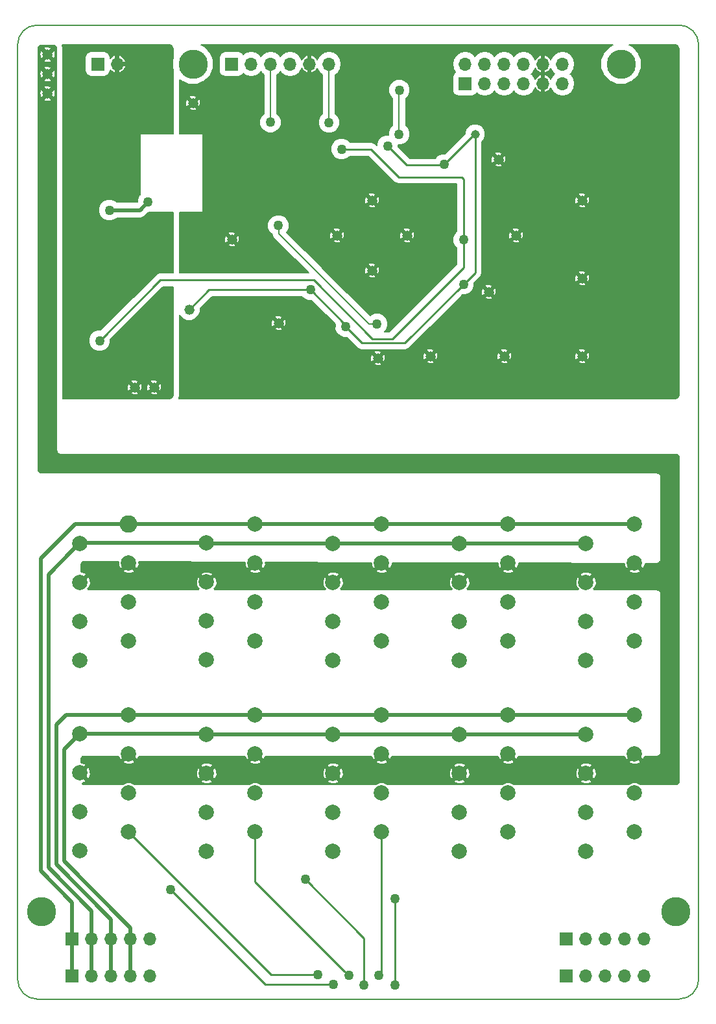
<source format=gbl>
G04 #@! TF.FileFunction,Copper,L2,Bot,Signal*
%FSLAX46Y46*%
G04 Gerber Fmt 4.6, Leading zero omitted, Abs format (unit mm)*
G04 Created by KiCad (PCBNEW 4.0.7) date Wednesday, May 02, 2018 'PMt' 05:12:05 PM*
%MOMM*%
%LPD*%
G01*
G04 APERTURE LIST*
%ADD10C,0.020000*%
%ADD11C,0.150000*%
%ADD12C,1.320800*%
%ADD13C,2.000000*%
%ADD14C,3.810000*%
%ADD15C,1.143000*%
%ADD16C,2.286000*%
%ADD17R,1.700000X1.700000*%
%ADD18O,1.700000X1.700000*%
%ADD19C,1.270000*%
%ADD20C,0.250000*%
%ADD21C,0.254000*%
%ADD22C,0.500000*%
%ADD23C,0.200000*%
%ADD24C,0.152400*%
%ADD25C,0.508000*%
G04 APERTURE END LIST*
D10*
D11*
X253238000Y-85852000D02*
G75*
G03X250698000Y-83312000I-2540000J0D01*
G01*
X166878000Y-83312000D02*
G75*
G03X164338000Y-85852000I0J-2540000D01*
G01*
X164338000Y-207772000D02*
G75*
G03X166878000Y-210312000I2540000J0D01*
G01*
X250698000Y-210312000D02*
G75*
G03X253238000Y-207772000I0J2540000D01*
G01*
X166878000Y-83312000D02*
X250698000Y-83312000D01*
X164338000Y-207772000D02*
X164338000Y-85852000D01*
X250698000Y-210312000D02*
X166878000Y-210312000D01*
X253238000Y-85852000D02*
X253238000Y-207772000D01*
D12*
X198406000Y-122174000D03*
X187230000Y-93472000D03*
X192310000Y-111252000D03*
X182150000Y-130556000D03*
X179610000Y-130556000D03*
X238030000Y-106172000D03*
X238030000Y-116332000D03*
X238030000Y-126492000D03*
X227870000Y-126492000D03*
X229394000Y-110744000D03*
X210598000Y-115316000D03*
X215170000Y-110744000D03*
X206026000Y-110744000D03*
X210598000Y-106172000D03*
D13*
X221996000Y-175768000D03*
X221996000Y-180848000D03*
X221996000Y-185928000D03*
X221996000Y-191008000D03*
X205486000Y-150876000D03*
X205486000Y-155956000D03*
X205486000Y-161036000D03*
X205486000Y-166116000D03*
D12*
X168180000Y-92202000D03*
X168180000Y-89662000D03*
X168180000Y-87122000D03*
X227108000Y-100838000D03*
X225838000Y-118110000D03*
X218218000Y-126492000D03*
X211360000Y-126746000D03*
X186722000Y-120396000D03*
D14*
X167418000Y-198882000D03*
X250222000Y-198882000D03*
X243110000Y-88392000D03*
X187230000Y-88392000D03*
D15*
X224060000Y-97536000D03*
D13*
X195326000Y-173228000D03*
X195326000Y-178308000D03*
X195326000Y-183388000D03*
X195326000Y-188468000D03*
X188976000Y-175768000D03*
X188976000Y-180848000D03*
X188976000Y-185928000D03*
X188976000Y-191008000D03*
X178816000Y-173228000D03*
X178816000Y-178308000D03*
X178816000Y-183388000D03*
X178816000Y-188468000D03*
X172466000Y-175721306D03*
X172466000Y-180801306D03*
X172466000Y-185881306D03*
X172466000Y-190961306D03*
D16*
X178816000Y-148336000D03*
D13*
X178816000Y-153416000D03*
X178816000Y-158496000D03*
X178816000Y-163576000D03*
X172466000Y-150876000D03*
X172466000Y-155956000D03*
X172466000Y-161036000D03*
X172466000Y-166116000D03*
X195326000Y-148336000D03*
X195326000Y-153416000D03*
X195326000Y-158496000D03*
X195326000Y-163576000D03*
X188976000Y-150867808D03*
X188976000Y-155947808D03*
X188976000Y-161027808D03*
X188976000Y-166107808D03*
X211836000Y-148336000D03*
X211836000Y-153416000D03*
X211836000Y-158496000D03*
X211836000Y-163576000D03*
X211836000Y-173228000D03*
X211836000Y-178308000D03*
X211836000Y-183388000D03*
X211836000Y-188468000D03*
X205486000Y-175768000D03*
X205486000Y-180848000D03*
X205486000Y-185928000D03*
X205486000Y-191008000D03*
X228346000Y-148336000D03*
X228346000Y-153416000D03*
X228346000Y-158496000D03*
X228346000Y-163576000D03*
X221996000Y-150876000D03*
X221996000Y-155956000D03*
X221996000Y-161036000D03*
X221996000Y-166116000D03*
X228346000Y-173228000D03*
X228346000Y-178308000D03*
X228346000Y-183388000D03*
X228346000Y-188468000D03*
X244856000Y-148336000D03*
X244856000Y-153416000D03*
X244856000Y-158496000D03*
X244856000Y-163576000D03*
X238506000Y-150876000D03*
X238506000Y-155956000D03*
X238506000Y-161036000D03*
X238506000Y-166116000D03*
X244856000Y-173228000D03*
X244856000Y-178308000D03*
X244856000Y-183388000D03*
X244856000Y-188468000D03*
X238506000Y-175768000D03*
X238506000Y-180848000D03*
X238506000Y-185928000D03*
X238506000Y-191008000D03*
D17*
X174784000Y-88392000D03*
D18*
X177324000Y-88392000D03*
D17*
X192278000Y-88392000D03*
D18*
X194818000Y-88392000D03*
X197358000Y-88392000D03*
X199898000Y-88392000D03*
X202438000Y-88392000D03*
X204978000Y-88392000D03*
D17*
X171395092Y-207264000D03*
D18*
X173935092Y-207264000D03*
X176475092Y-207264000D03*
X179015092Y-207264000D03*
X181555092Y-207264000D03*
D17*
X171450000Y-202438000D03*
D18*
X173990000Y-202438000D03*
X176530000Y-202438000D03*
X179070000Y-202438000D03*
X181610000Y-202438000D03*
D17*
X235966000Y-207264000D03*
D18*
X238506000Y-207264000D03*
X241046000Y-207264000D03*
X243586000Y-207264000D03*
X246126000Y-207264000D03*
D17*
X235966000Y-202438000D03*
D18*
X238506000Y-202438000D03*
X241046000Y-202438000D03*
X243586000Y-202438000D03*
X246126000Y-202438000D03*
D17*
X222758000Y-90932000D03*
D18*
X222758000Y-88392000D03*
X225298000Y-90932000D03*
X225298000Y-88392000D03*
X227838000Y-90932000D03*
X227838000Y-88392000D03*
X230378000Y-90932000D03*
X230378000Y-88392000D03*
X232918000Y-90932000D03*
X232918000Y-88392000D03*
X235458000Y-90932000D03*
X235458000Y-88392000D03*
D19*
X206633585Y-99483515D03*
X222553447Y-111320004D03*
X175038000Y-124460000D03*
X202572413Y-117831566D03*
X207177661Y-122660507D03*
X181355916Y-106352261D03*
X176308000Y-107442000D03*
X220003455Y-101494787D03*
X222536000Y-117094000D03*
X212630000Y-99060000D03*
X218428417Y-140415795D03*
X205001977Y-140450758D03*
X191190923Y-140450760D03*
X198368222Y-109451260D03*
X211262529Y-122296641D03*
X204985280Y-96027384D03*
X214162510Y-91794852D03*
X214144110Y-97549874D03*
X197347938Y-95992543D03*
X203541575Y-207096514D03*
X205515173Y-208430778D03*
X184284815Y-196075296D03*
X207572162Y-207235499D03*
X209573560Y-208486370D03*
X201920858Y-194703678D03*
X211519361Y-207235499D03*
X213584416Y-197186626D03*
X213576352Y-208458575D03*
D20*
X175038000Y-124460000D02*
X182953335Y-116544665D01*
X182953335Y-116544665D02*
X202976044Y-116544665D01*
X202976044Y-116544665D02*
X210652837Y-124221458D01*
X210652837Y-124221458D02*
X213235135Y-124221458D01*
X213235135Y-124221458D02*
X222553447Y-114903146D01*
X222553447Y-114903146D02*
X222553447Y-112218029D01*
X222553447Y-112218029D02*
X222553447Y-111320004D01*
X214078103Y-103124000D02*
X210484582Y-99530479D01*
X222553447Y-103395447D02*
X222282000Y-103124000D01*
X222282000Y-103124000D02*
X214078103Y-103124000D01*
X222553447Y-111320004D02*
X222553447Y-103395447D01*
X210484582Y-99530479D02*
X206680549Y-99530479D01*
X206680549Y-99530479D02*
X206633585Y-99483515D01*
D21*
X175051097Y-124473097D02*
X175038000Y-124460000D01*
D20*
X186722000Y-120396000D02*
X189320102Y-117797898D01*
X189320102Y-117797898D02*
X202538745Y-117797898D01*
X202538745Y-117797898D02*
X202572413Y-117831566D01*
X202572413Y-117831566D02*
X207177661Y-122436814D01*
X207177661Y-122436814D02*
X207177661Y-122660507D01*
X207812660Y-123295506D02*
X207177661Y-122660507D01*
X214860024Y-124769976D02*
X209287130Y-124769976D01*
X222536000Y-117094000D02*
X214860024Y-124769976D01*
X209287130Y-124769976D02*
X207812660Y-123295506D01*
D22*
X181344546Y-106409110D02*
X180311656Y-107442000D01*
X180311656Y-107442000D02*
X176308000Y-107442000D01*
D20*
X222536000Y-117094000D02*
X224060000Y-115570000D01*
X224060000Y-115570000D02*
X224060000Y-97536000D01*
X212630000Y-99060000D02*
X215144503Y-101574503D01*
X215144503Y-101574503D02*
X219923739Y-101574503D01*
X219923739Y-101574503D02*
X220003455Y-101494787D01*
X220003455Y-101494787D02*
X223962242Y-97536000D01*
X223962242Y-97536000D02*
X224060000Y-97536000D01*
D23*
X211262529Y-122296641D02*
X210193358Y-122296641D01*
X210193358Y-122296641D02*
X198417148Y-110520431D01*
X198417148Y-110520431D02*
X198417148Y-109451260D01*
D24*
X198417148Y-109451260D02*
X198368222Y-109451260D01*
X204978000Y-88392000D02*
X204978000Y-96020104D01*
X204978000Y-96020104D02*
X204985280Y-96027384D01*
X214144110Y-91813252D02*
X214162510Y-91794852D01*
X214144110Y-97549874D02*
X214144110Y-91813252D01*
X197358000Y-95982481D02*
X197347938Y-95992543D01*
X197358000Y-88392000D02*
X197358000Y-95982481D01*
D25*
X171845743Y-148336000D02*
X177401787Y-148336000D01*
X171450000Y-202438000D02*
X171450000Y-197714702D01*
X171450000Y-197714702D02*
X167329735Y-193594437D01*
X167329735Y-193594437D02*
X167329735Y-152852008D01*
X167329735Y-152852008D02*
X171845743Y-148336000D01*
X177401787Y-148336000D02*
X178816000Y-148336000D01*
X171450000Y-202438000D02*
X171450000Y-207209092D01*
X171450000Y-207209092D02*
X171395092Y-207264000D01*
X195326000Y-148336000D02*
X178816000Y-148336000D01*
X211836000Y-148336000D02*
X195326000Y-148336000D01*
X228346000Y-148336000D02*
X226931787Y-148336000D01*
X226931787Y-148336000D02*
X211836000Y-148336000D01*
X244856000Y-148336000D02*
X228346000Y-148336000D01*
X171466001Y-151875999D02*
X172466000Y-150876000D01*
X168345746Y-154996254D02*
X171466001Y-151875999D01*
X168345746Y-193173592D02*
X168345746Y-154996254D01*
X173990000Y-198817846D02*
X168345746Y-193173592D01*
D22*
X173935092Y-207264000D02*
X173935092Y-202492908D01*
X173935092Y-202492908D02*
X173990000Y-202438000D01*
X173990000Y-202438000D02*
X173990000Y-198817846D01*
D25*
X188976000Y-150867808D02*
X172474192Y-150867808D01*
X172474192Y-150867808D02*
X172466000Y-150876000D01*
X205486000Y-150876000D02*
X188984192Y-150876000D01*
X188984192Y-150876000D02*
X188976000Y-150867808D01*
X221996000Y-150876000D02*
X205486000Y-150876000D01*
X238506000Y-150876000D02*
X221996000Y-150876000D01*
X169361757Y-174497758D02*
X170631515Y-173228000D01*
X169361757Y-192752747D02*
X169361757Y-174497758D01*
X176253010Y-199644000D02*
X169361757Y-192752747D01*
X177401787Y-173228000D02*
X178816000Y-173228000D01*
X170631515Y-173228000D02*
X177401787Y-173228000D01*
D22*
X176475092Y-207264000D02*
X176475092Y-202492908D01*
X176475092Y-202492908D02*
X176530000Y-202438000D01*
X176530000Y-202438000D02*
X176530000Y-199920990D01*
X176530000Y-199920990D02*
X176253010Y-199644000D01*
D25*
X195326000Y-173228000D02*
X178816000Y-173228000D01*
X211836000Y-173228000D02*
X195326000Y-173228000D01*
X228346000Y-173228000D02*
X211836000Y-173228000D01*
X244856000Y-173228000D02*
X228346000Y-173228000D01*
X178451866Y-200406000D02*
X170402010Y-192356144D01*
X170402010Y-192356144D02*
X170402010Y-177785296D01*
X170402010Y-177785296D02*
X171466001Y-176721305D01*
X171466001Y-176721305D02*
X172466000Y-175721306D01*
D22*
X179015092Y-207264000D02*
X179015092Y-202492908D01*
X179015092Y-202492908D02*
X179070000Y-202438000D01*
X179070000Y-202438000D02*
X179070000Y-201024134D01*
X179070000Y-201024134D02*
X178451866Y-200406000D01*
D25*
X221996000Y-175768000D02*
X238506000Y-175768000D01*
X205486000Y-175768000D02*
X206900213Y-175768000D01*
X206900213Y-175768000D02*
X221996000Y-175768000D01*
X205486000Y-175768000D02*
X188976000Y-175768000D01*
X172466000Y-175721306D02*
X188929306Y-175721306D01*
X188929306Y-175721306D02*
X188976000Y-175768000D01*
D21*
X178816000Y-188468000D02*
X178823934Y-188468000D01*
X178823934Y-188468000D02*
X197198804Y-206842870D01*
X197198804Y-206842870D02*
X197198804Y-206850804D01*
D20*
X202643550Y-207096514D02*
X203541575Y-207096514D01*
X197444514Y-207096514D02*
X202643550Y-207096514D01*
X197198804Y-206850804D02*
X197444514Y-207096514D01*
X196882000Y-208430778D02*
X204617148Y-208430778D01*
D21*
X184284815Y-196075296D02*
X196640297Y-208430778D01*
X196640297Y-208430778D02*
X196882000Y-208430778D01*
X186381865Y-198172346D02*
X184284815Y-196075296D01*
D20*
X204617148Y-208430778D02*
X205515173Y-208430778D01*
D21*
X195326000Y-194989337D02*
X206937163Y-206600500D01*
X206937163Y-206600500D02*
X207572162Y-207235499D01*
X195326000Y-188468000D02*
X195326000Y-194989337D01*
X209573560Y-207588345D02*
X209573560Y-208486370D01*
X201920858Y-194703678D02*
X209573560Y-202356380D01*
X209573560Y-202356380D02*
X209573560Y-207588345D01*
X211836000Y-206918860D02*
X211519361Y-207235499D01*
X211836000Y-188468000D02*
X211836000Y-206918860D01*
X211836000Y-188468000D02*
X211836000Y-188491267D01*
D20*
X213576352Y-208458575D02*
X213576352Y-197194690D01*
X213576352Y-197194690D02*
X213584416Y-197186626D01*
X213576352Y-208603648D02*
X213576352Y-208458575D01*
X213438903Y-208741097D02*
X213576352Y-208603648D01*
D21*
G36*
X169086851Y-86010301D02*
X169209648Y-86092352D01*
X169291699Y-86215149D01*
X169323000Y-86372509D01*
X169323000Y-138684000D01*
X169325440Y-138708776D01*
X169364109Y-138903179D01*
X169383073Y-138948961D01*
X169493194Y-139113768D01*
X169528232Y-139148806D01*
X169693039Y-139258927D01*
X169738821Y-139277891D01*
X169933224Y-139316560D01*
X169958000Y-139319000D01*
X250209491Y-139319000D01*
X250366851Y-139350301D01*
X250489648Y-139432352D01*
X250571699Y-139555149D01*
X250603000Y-139712509D01*
X250603000Y-181851491D01*
X250571699Y-182008851D01*
X250489648Y-182131648D01*
X250366851Y-182213699D01*
X250209491Y-182245000D01*
X245666320Y-182245000D01*
X245639295Y-182217928D01*
X245131903Y-182007241D01*
X244582507Y-182006761D01*
X244074749Y-182216563D01*
X244046262Y-182245000D01*
X229156320Y-182245000D01*
X229129295Y-182217928D01*
X228621903Y-182007241D01*
X228072507Y-182006761D01*
X227564749Y-182216563D01*
X227536262Y-182245000D01*
X212646320Y-182245000D01*
X212619295Y-182217928D01*
X212111903Y-182007241D01*
X211562507Y-182006761D01*
X211054749Y-182216563D01*
X211026262Y-182245000D01*
X196136320Y-182245000D01*
X196109295Y-182217928D01*
X195601903Y-182007241D01*
X195052507Y-182006761D01*
X194544749Y-182216563D01*
X194516262Y-182245000D01*
X179626320Y-182245000D01*
X179599295Y-182217928D01*
X179091903Y-182007241D01*
X178542507Y-182006761D01*
X178034749Y-182216563D01*
X178006262Y-182245000D01*
X172986509Y-182245000D01*
X172829149Y-182213699D01*
X172762212Y-182168973D01*
X172810806Y-182166490D01*
X173187515Y-182010452D01*
X173273224Y-181861742D01*
X188141863Y-181861742D01*
X188254485Y-182057146D01*
X188772126Y-182241217D01*
X189320806Y-182213184D01*
X189697515Y-182057146D01*
X189810137Y-181861742D01*
X204651863Y-181861742D01*
X204764485Y-182057146D01*
X205282126Y-182241217D01*
X205830806Y-182213184D01*
X206207515Y-182057146D01*
X206320137Y-181861742D01*
X221161863Y-181861742D01*
X221274485Y-182057146D01*
X221792126Y-182241217D01*
X222340806Y-182213184D01*
X222717515Y-182057146D01*
X222830137Y-181861742D01*
X237671863Y-181861742D01*
X237784485Y-182057146D01*
X238302126Y-182241217D01*
X238850806Y-182213184D01*
X239227515Y-182057146D01*
X239340137Y-181861742D01*
X238506000Y-181027605D01*
X237671863Y-181861742D01*
X222830137Y-181861742D01*
X221996000Y-181027605D01*
X221161863Y-181861742D01*
X206320137Y-181861742D01*
X205486000Y-181027605D01*
X204651863Y-181861742D01*
X189810137Y-181861742D01*
X188976000Y-181027605D01*
X188141863Y-181861742D01*
X173273224Y-181861742D01*
X173300137Y-181815048D01*
X172593000Y-181107911D01*
X172593000Y-180801306D01*
X172645605Y-180801306D01*
X173479742Y-181635443D01*
X173675146Y-181522821D01*
X173859217Y-181005180D01*
X173840771Y-180644126D01*
X187582783Y-180644126D01*
X187610816Y-181192806D01*
X187766854Y-181569515D01*
X187962258Y-181682137D01*
X188796395Y-180848000D01*
X189155605Y-180848000D01*
X189989742Y-181682137D01*
X190185146Y-181569515D01*
X190369217Y-181051874D01*
X190348385Y-180644126D01*
X204092783Y-180644126D01*
X204120816Y-181192806D01*
X204276854Y-181569515D01*
X204472258Y-181682137D01*
X205306395Y-180848000D01*
X205665605Y-180848000D01*
X206499742Y-181682137D01*
X206695146Y-181569515D01*
X206879217Y-181051874D01*
X206858385Y-180644126D01*
X220602783Y-180644126D01*
X220630816Y-181192806D01*
X220786854Y-181569515D01*
X220982258Y-181682137D01*
X221816395Y-180848000D01*
X222175605Y-180848000D01*
X223009742Y-181682137D01*
X223205146Y-181569515D01*
X223389217Y-181051874D01*
X223368385Y-180644126D01*
X237112783Y-180644126D01*
X237140816Y-181192806D01*
X237296854Y-181569515D01*
X237492258Y-181682137D01*
X238326395Y-180848000D01*
X238685605Y-180848000D01*
X239519742Y-181682137D01*
X239715146Y-181569515D01*
X239899217Y-181051874D01*
X239871184Y-180503194D01*
X239715146Y-180126485D01*
X239519742Y-180013863D01*
X238685605Y-180848000D01*
X238326395Y-180848000D01*
X237492258Y-180013863D01*
X237296854Y-180126485D01*
X237112783Y-180644126D01*
X223368385Y-180644126D01*
X223361184Y-180503194D01*
X223205146Y-180126485D01*
X223009742Y-180013863D01*
X222175605Y-180848000D01*
X221816395Y-180848000D01*
X220982258Y-180013863D01*
X220786854Y-180126485D01*
X220602783Y-180644126D01*
X206858385Y-180644126D01*
X206851184Y-180503194D01*
X206695146Y-180126485D01*
X206499742Y-180013863D01*
X205665605Y-180848000D01*
X205306395Y-180848000D01*
X204472258Y-180013863D01*
X204276854Y-180126485D01*
X204092783Y-180644126D01*
X190348385Y-180644126D01*
X190341184Y-180503194D01*
X190185146Y-180126485D01*
X189989742Y-180013863D01*
X189155605Y-180848000D01*
X188796395Y-180848000D01*
X187962258Y-180013863D01*
X187766854Y-180126485D01*
X187582783Y-180644126D01*
X173840771Y-180644126D01*
X173831184Y-180456500D01*
X173675146Y-180079791D01*
X173479742Y-179967169D01*
X172645605Y-180801306D01*
X172593000Y-180801306D01*
X172593000Y-180494701D01*
X173253443Y-179834258D01*
X188141863Y-179834258D01*
X188976000Y-180668395D01*
X189810137Y-179834258D01*
X204651863Y-179834258D01*
X205486000Y-180668395D01*
X206320137Y-179834258D01*
X221161863Y-179834258D01*
X221996000Y-180668395D01*
X222830137Y-179834258D01*
X237671863Y-179834258D01*
X238506000Y-180668395D01*
X239340137Y-179834258D01*
X239227515Y-179638854D01*
X238709874Y-179454783D01*
X238161194Y-179482816D01*
X237784485Y-179638854D01*
X237671863Y-179834258D01*
X222830137Y-179834258D01*
X222717515Y-179638854D01*
X222199874Y-179454783D01*
X221651194Y-179482816D01*
X221274485Y-179638854D01*
X221161863Y-179834258D01*
X206320137Y-179834258D01*
X206207515Y-179638854D01*
X205689874Y-179454783D01*
X205141194Y-179482816D01*
X204764485Y-179638854D01*
X204651863Y-179834258D01*
X189810137Y-179834258D01*
X189697515Y-179638854D01*
X189179874Y-179454783D01*
X188631194Y-179482816D01*
X188254485Y-179638854D01*
X188141863Y-179834258D01*
X173253443Y-179834258D01*
X173300137Y-179787564D01*
X173187515Y-179592160D01*
X172669874Y-179408089D01*
X172593000Y-179412017D01*
X172593000Y-179082509D01*
X172624301Y-178925149D01*
X172706352Y-178802352D01*
X172829149Y-178720301D01*
X172986509Y-178689000D01*
X177465808Y-178689000D01*
X177606854Y-179029515D01*
X177802258Y-179142137D01*
X178255395Y-178689000D01*
X178614605Y-178689000D01*
X177981863Y-179321742D01*
X178094485Y-179517146D01*
X178612126Y-179701217D01*
X179160806Y-179673184D01*
X179537515Y-179517146D01*
X179650137Y-179321742D01*
X179017395Y-178689000D01*
X179376605Y-178689000D01*
X179829742Y-179142137D01*
X180025146Y-179029515D01*
X180146232Y-178689000D01*
X193975808Y-178689000D01*
X194116854Y-179029515D01*
X194312258Y-179142137D01*
X194765395Y-178689000D01*
X195124605Y-178689000D01*
X194491863Y-179321742D01*
X194604485Y-179517146D01*
X195122126Y-179701217D01*
X195670806Y-179673184D01*
X196047515Y-179517146D01*
X196160137Y-179321742D01*
X195527395Y-178689000D01*
X195886605Y-178689000D01*
X196339742Y-179142137D01*
X196535146Y-179029515D01*
X196656232Y-178689000D01*
X210485808Y-178689000D01*
X210626854Y-179029515D01*
X210822258Y-179142137D01*
X211275395Y-178689000D01*
X211634605Y-178689000D01*
X211001863Y-179321742D01*
X211114485Y-179517146D01*
X211632126Y-179701217D01*
X212180806Y-179673184D01*
X212557515Y-179517146D01*
X212670137Y-179321742D01*
X212037395Y-178689000D01*
X212396605Y-178689000D01*
X212849742Y-179142137D01*
X213045146Y-179029515D01*
X213166232Y-178689000D01*
X226995808Y-178689000D01*
X227136854Y-179029515D01*
X227332258Y-179142137D01*
X227785395Y-178689000D01*
X228144605Y-178689000D01*
X227511863Y-179321742D01*
X227624485Y-179517146D01*
X228142126Y-179701217D01*
X228690806Y-179673184D01*
X229067515Y-179517146D01*
X229180137Y-179321742D01*
X228547395Y-178689000D01*
X228906605Y-178689000D01*
X229359742Y-179142137D01*
X229555146Y-179029515D01*
X229676232Y-178689000D01*
X243505808Y-178689000D01*
X243646854Y-179029515D01*
X243842258Y-179142137D01*
X244295395Y-178689000D01*
X244654605Y-178689000D01*
X244021863Y-179321742D01*
X244134485Y-179517146D01*
X244652126Y-179701217D01*
X245200806Y-179673184D01*
X245577515Y-179517146D01*
X245690137Y-179321742D01*
X245057395Y-178689000D01*
X245416605Y-178689000D01*
X245869742Y-179142137D01*
X246065146Y-179029515D01*
X246186232Y-178689000D01*
X247682000Y-178689000D01*
X247706776Y-178686560D01*
X247901179Y-178647891D01*
X247946961Y-178628927D01*
X248111768Y-178518806D01*
X248146806Y-178483768D01*
X248256927Y-178318961D01*
X248275891Y-178273179D01*
X248314560Y-178078776D01*
X248317000Y-178054000D01*
X248317000Y-157480000D01*
X248314560Y-157455224D01*
X248275891Y-157260821D01*
X248256927Y-157215039D01*
X248146806Y-157050232D01*
X248111768Y-157015194D01*
X247946961Y-156905073D01*
X247901179Y-156886109D01*
X247706776Y-156847440D01*
X247682000Y-156845000D01*
X239574608Y-156845000D01*
X239519744Y-156790136D01*
X239715146Y-156677515D01*
X239899217Y-156159874D01*
X239871184Y-155611194D01*
X239715146Y-155234485D01*
X239519742Y-155121863D01*
X238685605Y-155956000D01*
X238699748Y-155970143D01*
X238520143Y-156149748D01*
X238506000Y-156135605D01*
X238491858Y-156149748D01*
X238312253Y-155970143D01*
X238326395Y-155956000D01*
X237492258Y-155121863D01*
X237296854Y-155234485D01*
X237112783Y-155752126D01*
X237140816Y-156300806D01*
X237296854Y-156677515D01*
X237492256Y-156790136D01*
X237437392Y-156845000D01*
X223064608Y-156845000D01*
X223009744Y-156790136D01*
X223205146Y-156677515D01*
X223389217Y-156159874D01*
X223361184Y-155611194D01*
X223205146Y-155234485D01*
X223009742Y-155121863D01*
X222175605Y-155956000D01*
X222189748Y-155970143D01*
X222010143Y-156149748D01*
X221996000Y-156135605D01*
X221981858Y-156149748D01*
X221802253Y-155970143D01*
X221816395Y-155956000D01*
X220982258Y-155121863D01*
X220786854Y-155234485D01*
X220602783Y-155752126D01*
X220630816Y-156300806D01*
X220786854Y-156677515D01*
X220982256Y-156790136D01*
X220927392Y-156845000D01*
X206554608Y-156845000D01*
X206499744Y-156790136D01*
X206695146Y-156677515D01*
X206879217Y-156159874D01*
X206851184Y-155611194D01*
X206695146Y-155234485D01*
X206499742Y-155121863D01*
X205665605Y-155956000D01*
X205679748Y-155970143D01*
X205500143Y-156149748D01*
X205486000Y-156135605D01*
X205471858Y-156149748D01*
X205292253Y-155970143D01*
X205306395Y-155956000D01*
X204472258Y-155121863D01*
X204276854Y-155234485D01*
X204092783Y-155752126D01*
X204120816Y-156300806D01*
X204276854Y-156677515D01*
X204472256Y-156790136D01*
X204417392Y-156845000D01*
X190052800Y-156845000D01*
X189989744Y-156781944D01*
X190185146Y-156669323D01*
X190369217Y-156151682D01*
X190341184Y-155603002D01*
X190185146Y-155226293D01*
X189989742Y-155113671D01*
X189155605Y-155947808D01*
X189169748Y-155961951D01*
X188990143Y-156141556D01*
X188976000Y-156127413D01*
X188961858Y-156141556D01*
X188782253Y-155961951D01*
X188796395Y-155947808D01*
X187962258Y-155113671D01*
X187766854Y-155226293D01*
X187582783Y-155743934D01*
X187610816Y-156292614D01*
X187766854Y-156669323D01*
X187962256Y-156781944D01*
X187899200Y-156845000D01*
X173534608Y-156845000D01*
X173479744Y-156790136D01*
X173675146Y-156677515D01*
X173859217Y-156159874D01*
X173831184Y-155611194D01*
X173675146Y-155234485D01*
X173479742Y-155121863D01*
X172645605Y-155956000D01*
X172659748Y-155970143D01*
X172593000Y-156036890D01*
X172593000Y-155649395D01*
X173300137Y-154942258D01*
X173295416Y-154934066D01*
X188141863Y-154934066D01*
X188976000Y-155768203D01*
X189801945Y-154942258D01*
X204651863Y-154942258D01*
X205486000Y-155776395D01*
X206320137Y-154942258D01*
X221161863Y-154942258D01*
X221996000Y-155776395D01*
X222830137Y-154942258D01*
X237671863Y-154942258D01*
X238506000Y-155776395D01*
X239340137Y-154942258D01*
X239227515Y-154746854D01*
X238709874Y-154562783D01*
X238161194Y-154590816D01*
X237784485Y-154746854D01*
X237671863Y-154942258D01*
X222830137Y-154942258D01*
X222717515Y-154746854D01*
X222199874Y-154562783D01*
X221651194Y-154590816D01*
X221274485Y-154746854D01*
X221161863Y-154942258D01*
X206320137Y-154942258D01*
X206207515Y-154746854D01*
X205689874Y-154562783D01*
X205141194Y-154590816D01*
X204764485Y-154746854D01*
X204651863Y-154942258D01*
X189801945Y-154942258D01*
X189810137Y-154934066D01*
X189697515Y-154738662D01*
X189179874Y-154554591D01*
X188631194Y-154582624D01*
X188254485Y-154738662D01*
X188141863Y-154934066D01*
X173295416Y-154934066D01*
X173187515Y-154746854D01*
X172669874Y-154562783D01*
X172593000Y-154566711D01*
X172593000Y-154429742D01*
X177981863Y-154429742D01*
X178094485Y-154625146D01*
X178612126Y-154809217D01*
X179160806Y-154781184D01*
X179537515Y-154625146D01*
X179650137Y-154429742D01*
X194491863Y-154429742D01*
X194604485Y-154625146D01*
X195122126Y-154809217D01*
X195670806Y-154781184D01*
X196047515Y-154625146D01*
X196160137Y-154429742D01*
X211001863Y-154429742D01*
X211114485Y-154625146D01*
X211632126Y-154809217D01*
X212180806Y-154781184D01*
X212557515Y-154625146D01*
X212670137Y-154429742D01*
X227511863Y-154429742D01*
X227624485Y-154625146D01*
X228142126Y-154809217D01*
X228690806Y-154781184D01*
X229067515Y-154625146D01*
X229180137Y-154429742D01*
X244021863Y-154429742D01*
X244134485Y-154625146D01*
X244652126Y-154809217D01*
X245200806Y-154781184D01*
X245577515Y-154625146D01*
X245690137Y-154429742D01*
X244856000Y-153595605D01*
X244021863Y-154429742D01*
X229180137Y-154429742D01*
X228346000Y-153595605D01*
X227511863Y-154429742D01*
X212670137Y-154429742D01*
X211836000Y-153595605D01*
X211001863Y-154429742D01*
X196160137Y-154429742D01*
X195326000Y-153595605D01*
X194491863Y-154429742D01*
X179650137Y-154429742D01*
X178816000Y-153595605D01*
X177981863Y-154429742D01*
X172593000Y-154429742D01*
X172593000Y-153681668D01*
X172613235Y-153554175D01*
X172667341Y-153448241D01*
X172751586Y-153364269D01*
X172857694Y-153310508D01*
X172985254Y-153290687D01*
X177427534Y-153305110D01*
X177450816Y-153760806D01*
X177606854Y-154137515D01*
X177802258Y-154250137D01*
X178636395Y-153416000D01*
X178622253Y-153401858D01*
X178714821Y-153309289D01*
X178917838Y-153309948D01*
X179009748Y-153401858D01*
X178995605Y-153416000D01*
X179829742Y-154250137D01*
X180025146Y-154137515D01*
X180209217Y-153619874D01*
X180193594Y-153314091D01*
X193940273Y-153358722D01*
X193960816Y-153760806D01*
X194116854Y-154137515D01*
X194312258Y-154250137D01*
X195146395Y-153416000D01*
X195132253Y-153401858D01*
X195171390Y-153362720D01*
X195481617Y-153363727D01*
X195519748Y-153401858D01*
X195505605Y-153416000D01*
X196339742Y-154250137D01*
X196535146Y-154137515D01*
X196719217Y-153619874D01*
X196706333Y-153367703D01*
X210453012Y-153412335D01*
X210470816Y-153760806D01*
X210626854Y-154137515D01*
X210822258Y-154250137D01*
X211656154Y-153416241D01*
X212017018Y-153417413D01*
X212849742Y-154250137D01*
X213045146Y-154137515D01*
X213229217Y-153619874D01*
X213219072Y-153421316D01*
X226965751Y-153465947D01*
X226980816Y-153760806D01*
X227136854Y-154137515D01*
X227332258Y-154250137D01*
X228112724Y-153469671D01*
X228580796Y-153471191D01*
X229359742Y-154250137D01*
X229555146Y-154137515D01*
X229739217Y-153619874D01*
X229731811Y-153474928D01*
X243478490Y-153519560D01*
X243490816Y-153760806D01*
X243646854Y-154137515D01*
X243842258Y-154250137D01*
X244569293Y-153523102D01*
X245144574Y-153524969D01*
X245869742Y-154250137D01*
X246065146Y-154137515D01*
X246249217Y-153619874D01*
X246244551Y-153528541D01*
X247679939Y-153533201D01*
X247699851Y-153531696D01*
X247857225Y-153507242D01*
X247895124Y-153495037D01*
X248037193Y-153423056D01*
X248069451Y-153399715D01*
X248182250Y-153287281D01*
X248205695Y-153255100D01*
X248278137Y-153113266D01*
X248290465Y-153075407D01*
X248315430Y-152918113D01*
X248317000Y-152898205D01*
X248317000Y-142240000D01*
X248314560Y-142215224D01*
X248275891Y-142020821D01*
X248256927Y-141975039D01*
X248146806Y-141810232D01*
X248111768Y-141775194D01*
X247946961Y-141665073D01*
X247901179Y-141646109D01*
X247706776Y-141607440D01*
X247682000Y-141605000D01*
X167430509Y-141605000D01*
X167273149Y-141573699D01*
X167150352Y-141491648D01*
X167068301Y-141368851D01*
X167037000Y-141211491D01*
X167037000Y-92969332D01*
X167592273Y-92969332D01*
X167663114Y-93129499D01*
X168057398Y-93256701D01*
X168470347Y-93223334D01*
X168696886Y-93129499D01*
X168767727Y-92969332D01*
X168180000Y-92381605D01*
X167592273Y-92969332D01*
X167037000Y-92969332D01*
X167037000Y-92079398D01*
X167125299Y-92079398D01*
X167158666Y-92492347D01*
X167252501Y-92718886D01*
X167412668Y-92789727D01*
X168000395Y-92202000D01*
X168359605Y-92202000D01*
X168947332Y-92789727D01*
X169107499Y-92718886D01*
X169234701Y-92324602D01*
X169201334Y-91911653D01*
X169107499Y-91685114D01*
X168947332Y-91614273D01*
X168359605Y-92202000D01*
X168000395Y-92202000D01*
X167412668Y-91614273D01*
X167252501Y-91685114D01*
X167125299Y-92079398D01*
X167037000Y-92079398D01*
X167037000Y-91434668D01*
X167592273Y-91434668D01*
X168180000Y-92022395D01*
X168767727Y-91434668D01*
X168696886Y-91274501D01*
X168302602Y-91147299D01*
X167889653Y-91180666D01*
X167663114Y-91274501D01*
X167592273Y-91434668D01*
X167037000Y-91434668D01*
X167037000Y-90429332D01*
X167592273Y-90429332D01*
X167663114Y-90589499D01*
X168057398Y-90716701D01*
X168470347Y-90683334D01*
X168696886Y-90589499D01*
X168767727Y-90429332D01*
X168180000Y-89841605D01*
X167592273Y-90429332D01*
X167037000Y-90429332D01*
X167037000Y-89539398D01*
X167125299Y-89539398D01*
X167158666Y-89952347D01*
X167252501Y-90178886D01*
X167412668Y-90249727D01*
X168000395Y-89662000D01*
X168359605Y-89662000D01*
X168947332Y-90249727D01*
X169107499Y-90178886D01*
X169234701Y-89784602D01*
X169201334Y-89371653D01*
X169107499Y-89145114D01*
X168947332Y-89074273D01*
X168359605Y-89662000D01*
X168000395Y-89662000D01*
X167412668Y-89074273D01*
X167252501Y-89145114D01*
X167125299Y-89539398D01*
X167037000Y-89539398D01*
X167037000Y-88894668D01*
X167592273Y-88894668D01*
X168180000Y-89482395D01*
X168767727Y-88894668D01*
X168696886Y-88734501D01*
X168302602Y-88607299D01*
X167889653Y-88640666D01*
X167663114Y-88734501D01*
X167592273Y-88894668D01*
X167037000Y-88894668D01*
X167037000Y-87889332D01*
X167592273Y-87889332D01*
X167663114Y-88049499D01*
X168057398Y-88176701D01*
X168470347Y-88143334D01*
X168696886Y-88049499D01*
X168767727Y-87889332D01*
X168180000Y-87301605D01*
X167592273Y-87889332D01*
X167037000Y-87889332D01*
X167037000Y-86999398D01*
X167125299Y-86999398D01*
X167158666Y-87412347D01*
X167252501Y-87638886D01*
X167412668Y-87709727D01*
X168000395Y-87122000D01*
X168359605Y-87122000D01*
X168947332Y-87709727D01*
X169107499Y-87638886D01*
X169234701Y-87244602D01*
X169201334Y-86831653D01*
X169107499Y-86605114D01*
X168947332Y-86534273D01*
X168359605Y-87122000D01*
X168000395Y-87122000D01*
X167412668Y-86534273D01*
X167252501Y-86605114D01*
X167125299Y-86999398D01*
X167037000Y-86999398D01*
X167037000Y-86372509D01*
X167040548Y-86354668D01*
X167592273Y-86354668D01*
X168180000Y-86942395D01*
X168767727Y-86354668D01*
X168696886Y-86194501D01*
X168302602Y-86067299D01*
X167889653Y-86100666D01*
X167663114Y-86194501D01*
X167592273Y-86354668D01*
X167040548Y-86354668D01*
X167068301Y-86215149D01*
X167150352Y-86092352D01*
X167273149Y-86010301D01*
X167430509Y-85979000D01*
X168929491Y-85979000D01*
X169086851Y-86010301D01*
X169086851Y-86010301D01*
G37*
X169086851Y-86010301D02*
X169209648Y-86092352D01*
X169291699Y-86215149D01*
X169323000Y-86372509D01*
X169323000Y-138684000D01*
X169325440Y-138708776D01*
X169364109Y-138903179D01*
X169383073Y-138948961D01*
X169493194Y-139113768D01*
X169528232Y-139148806D01*
X169693039Y-139258927D01*
X169738821Y-139277891D01*
X169933224Y-139316560D01*
X169958000Y-139319000D01*
X250209491Y-139319000D01*
X250366851Y-139350301D01*
X250489648Y-139432352D01*
X250571699Y-139555149D01*
X250603000Y-139712509D01*
X250603000Y-181851491D01*
X250571699Y-182008851D01*
X250489648Y-182131648D01*
X250366851Y-182213699D01*
X250209491Y-182245000D01*
X245666320Y-182245000D01*
X245639295Y-182217928D01*
X245131903Y-182007241D01*
X244582507Y-182006761D01*
X244074749Y-182216563D01*
X244046262Y-182245000D01*
X229156320Y-182245000D01*
X229129295Y-182217928D01*
X228621903Y-182007241D01*
X228072507Y-182006761D01*
X227564749Y-182216563D01*
X227536262Y-182245000D01*
X212646320Y-182245000D01*
X212619295Y-182217928D01*
X212111903Y-182007241D01*
X211562507Y-182006761D01*
X211054749Y-182216563D01*
X211026262Y-182245000D01*
X196136320Y-182245000D01*
X196109295Y-182217928D01*
X195601903Y-182007241D01*
X195052507Y-182006761D01*
X194544749Y-182216563D01*
X194516262Y-182245000D01*
X179626320Y-182245000D01*
X179599295Y-182217928D01*
X179091903Y-182007241D01*
X178542507Y-182006761D01*
X178034749Y-182216563D01*
X178006262Y-182245000D01*
X172986509Y-182245000D01*
X172829149Y-182213699D01*
X172762212Y-182168973D01*
X172810806Y-182166490D01*
X173187515Y-182010452D01*
X173273224Y-181861742D01*
X188141863Y-181861742D01*
X188254485Y-182057146D01*
X188772126Y-182241217D01*
X189320806Y-182213184D01*
X189697515Y-182057146D01*
X189810137Y-181861742D01*
X204651863Y-181861742D01*
X204764485Y-182057146D01*
X205282126Y-182241217D01*
X205830806Y-182213184D01*
X206207515Y-182057146D01*
X206320137Y-181861742D01*
X221161863Y-181861742D01*
X221274485Y-182057146D01*
X221792126Y-182241217D01*
X222340806Y-182213184D01*
X222717515Y-182057146D01*
X222830137Y-181861742D01*
X237671863Y-181861742D01*
X237784485Y-182057146D01*
X238302126Y-182241217D01*
X238850806Y-182213184D01*
X239227515Y-182057146D01*
X239340137Y-181861742D01*
X238506000Y-181027605D01*
X237671863Y-181861742D01*
X222830137Y-181861742D01*
X221996000Y-181027605D01*
X221161863Y-181861742D01*
X206320137Y-181861742D01*
X205486000Y-181027605D01*
X204651863Y-181861742D01*
X189810137Y-181861742D01*
X188976000Y-181027605D01*
X188141863Y-181861742D01*
X173273224Y-181861742D01*
X173300137Y-181815048D01*
X172593000Y-181107911D01*
X172593000Y-180801306D01*
X172645605Y-180801306D01*
X173479742Y-181635443D01*
X173675146Y-181522821D01*
X173859217Y-181005180D01*
X173840771Y-180644126D01*
X187582783Y-180644126D01*
X187610816Y-181192806D01*
X187766854Y-181569515D01*
X187962258Y-181682137D01*
X188796395Y-180848000D01*
X189155605Y-180848000D01*
X189989742Y-181682137D01*
X190185146Y-181569515D01*
X190369217Y-181051874D01*
X190348385Y-180644126D01*
X204092783Y-180644126D01*
X204120816Y-181192806D01*
X204276854Y-181569515D01*
X204472258Y-181682137D01*
X205306395Y-180848000D01*
X205665605Y-180848000D01*
X206499742Y-181682137D01*
X206695146Y-181569515D01*
X206879217Y-181051874D01*
X206858385Y-180644126D01*
X220602783Y-180644126D01*
X220630816Y-181192806D01*
X220786854Y-181569515D01*
X220982258Y-181682137D01*
X221816395Y-180848000D01*
X222175605Y-180848000D01*
X223009742Y-181682137D01*
X223205146Y-181569515D01*
X223389217Y-181051874D01*
X223368385Y-180644126D01*
X237112783Y-180644126D01*
X237140816Y-181192806D01*
X237296854Y-181569515D01*
X237492258Y-181682137D01*
X238326395Y-180848000D01*
X238685605Y-180848000D01*
X239519742Y-181682137D01*
X239715146Y-181569515D01*
X239899217Y-181051874D01*
X239871184Y-180503194D01*
X239715146Y-180126485D01*
X239519742Y-180013863D01*
X238685605Y-180848000D01*
X238326395Y-180848000D01*
X237492258Y-180013863D01*
X237296854Y-180126485D01*
X237112783Y-180644126D01*
X223368385Y-180644126D01*
X223361184Y-180503194D01*
X223205146Y-180126485D01*
X223009742Y-180013863D01*
X222175605Y-180848000D01*
X221816395Y-180848000D01*
X220982258Y-180013863D01*
X220786854Y-180126485D01*
X220602783Y-180644126D01*
X206858385Y-180644126D01*
X206851184Y-180503194D01*
X206695146Y-180126485D01*
X206499742Y-180013863D01*
X205665605Y-180848000D01*
X205306395Y-180848000D01*
X204472258Y-180013863D01*
X204276854Y-180126485D01*
X204092783Y-180644126D01*
X190348385Y-180644126D01*
X190341184Y-180503194D01*
X190185146Y-180126485D01*
X189989742Y-180013863D01*
X189155605Y-180848000D01*
X188796395Y-180848000D01*
X187962258Y-180013863D01*
X187766854Y-180126485D01*
X187582783Y-180644126D01*
X173840771Y-180644126D01*
X173831184Y-180456500D01*
X173675146Y-180079791D01*
X173479742Y-179967169D01*
X172645605Y-180801306D01*
X172593000Y-180801306D01*
X172593000Y-180494701D01*
X173253443Y-179834258D01*
X188141863Y-179834258D01*
X188976000Y-180668395D01*
X189810137Y-179834258D01*
X204651863Y-179834258D01*
X205486000Y-180668395D01*
X206320137Y-179834258D01*
X221161863Y-179834258D01*
X221996000Y-180668395D01*
X222830137Y-179834258D01*
X237671863Y-179834258D01*
X238506000Y-180668395D01*
X239340137Y-179834258D01*
X239227515Y-179638854D01*
X238709874Y-179454783D01*
X238161194Y-179482816D01*
X237784485Y-179638854D01*
X237671863Y-179834258D01*
X222830137Y-179834258D01*
X222717515Y-179638854D01*
X222199874Y-179454783D01*
X221651194Y-179482816D01*
X221274485Y-179638854D01*
X221161863Y-179834258D01*
X206320137Y-179834258D01*
X206207515Y-179638854D01*
X205689874Y-179454783D01*
X205141194Y-179482816D01*
X204764485Y-179638854D01*
X204651863Y-179834258D01*
X189810137Y-179834258D01*
X189697515Y-179638854D01*
X189179874Y-179454783D01*
X188631194Y-179482816D01*
X188254485Y-179638854D01*
X188141863Y-179834258D01*
X173253443Y-179834258D01*
X173300137Y-179787564D01*
X173187515Y-179592160D01*
X172669874Y-179408089D01*
X172593000Y-179412017D01*
X172593000Y-179082509D01*
X172624301Y-178925149D01*
X172706352Y-178802352D01*
X172829149Y-178720301D01*
X172986509Y-178689000D01*
X177465808Y-178689000D01*
X177606854Y-179029515D01*
X177802258Y-179142137D01*
X178255395Y-178689000D01*
X178614605Y-178689000D01*
X177981863Y-179321742D01*
X178094485Y-179517146D01*
X178612126Y-179701217D01*
X179160806Y-179673184D01*
X179537515Y-179517146D01*
X179650137Y-179321742D01*
X179017395Y-178689000D01*
X179376605Y-178689000D01*
X179829742Y-179142137D01*
X180025146Y-179029515D01*
X180146232Y-178689000D01*
X193975808Y-178689000D01*
X194116854Y-179029515D01*
X194312258Y-179142137D01*
X194765395Y-178689000D01*
X195124605Y-178689000D01*
X194491863Y-179321742D01*
X194604485Y-179517146D01*
X195122126Y-179701217D01*
X195670806Y-179673184D01*
X196047515Y-179517146D01*
X196160137Y-179321742D01*
X195527395Y-178689000D01*
X195886605Y-178689000D01*
X196339742Y-179142137D01*
X196535146Y-179029515D01*
X196656232Y-178689000D01*
X210485808Y-178689000D01*
X210626854Y-179029515D01*
X210822258Y-179142137D01*
X211275395Y-178689000D01*
X211634605Y-178689000D01*
X211001863Y-179321742D01*
X211114485Y-179517146D01*
X211632126Y-179701217D01*
X212180806Y-179673184D01*
X212557515Y-179517146D01*
X212670137Y-179321742D01*
X212037395Y-178689000D01*
X212396605Y-178689000D01*
X212849742Y-179142137D01*
X213045146Y-179029515D01*
X213166232Y-178689000D01*
X226995808Y-178689000D01*
X227136854Y-179029515D01*
X227332258Y-179142137D01*
X227785395Y-178689000D01*
X228144605Y-178689000D01*
X227511863Y-179321742D01*
X227624485Y-179517146D01*
X228142126Y-179701217D01*
X228690806Y-179673184D01*
X229067515Y-179517146D01*
X229180137Y-179321742D01*
X228547395Y-178689000D01*
X228906605Y-178689000D01*
X229359742Y-179142137D01*
X229555146Y-179029515D01*
X229676232Y-178689000D01*
X243505808Y-178689000D01*
X243646854Y-179029515D01*
X243842258Y-179142137D01*
X244295395Y-178689000D01*
X244654605Y-178689000D01*
X244021863Y-179321742D01*
X244134485Y-179517146D01*
X244652126Y-179701217D01*
X245200806Y-179673184D01*
X245577515Y-179517146D01*
X245690137Y-179321742D01*
X245057395Y-178689000D01*
X245416605Y-178689000D01*
X245869742Y-179142137D01*
X246065146Y-179029515D01*
X246186232Y-178689000D01*
X247682000Y-178689000D01*
X247706776Y-178686560D01*
X247901179Y-178647891D01*
X247946961Y-178628927D01*
X248111768Y-178518806D01*
X248146806Y-178483768D01*
X248256927Y-178318961D01*
X248275891Y-178273179D01*
X248314560Y-178078776D01*
X248317000Y-178054000D01*
X248317000Y-157480000D01*
X248314560Y-157455224D01*
X248275891Y-157260821D01*
X248256927Y-157215039D01*
X248146806Y-157050232D01*
X248111768Y-157015194D01*
X247946961Y-156905073D01*
X247901179Y-156886109D01*
X247706776Y-156847440D01*
X247682000Y-156845000D01*
X239574608Y-156845000D01*
X239519744Y-156790136D01*
X239715146Y-156677515D01*
X239899217Y-156159874D01*
X239871184Y-155611194D01*
X239715146Y-155234485D01*
X239519742Y-155121863D01*
X238685605Y-155956000D01*
X238699748Y-155970143D01*
X238520143Y-156149748D01*
X238506000Y-156135605D01*
X238491858Y-156149748D01*
X238312253Y-155970143D01*
X238326395Y-155956000D01*
X237492258Y-155121863D01*
X237296854Y-155234485D01*
X237112783Y-155752126D01*
X237140816Y-156300806D01*
X237296854Y-156677515D01*
X237492256Y-156790136D01*
X237437392Y-156845000D01*
X223064608Y-156845000D01*
X223009744Y-156790136D01*
X223205146Y-156677515D01*
X223389217Y-156159874D01*
X223361184Y-155611194D01*
X223205146Y-155234485D01*
X223009742Y-155121863D01*
X222175605Y-155956000D01*
X222189748Y-155970143D01*
X222010143Y-156149748D01*
X221996000Y-156135605D01*
X221981858Y-156149748D01*
X221802253Y-155970143D01*
X221816395Y-155956000D01*
X220982258Y-155121863D01*
X220786854Y-155234485D01*
X220602783Y-155752126D01*
X220630816Y-156300806D01*
X220786854Y-156677515D01*
X220982256Y-156790136D01*
X220927392Y-156845000D01*
X206554608Y-156845000D01*
X206499744Y-156790136D01*
X206695146Y-156677515D01*
X206879217Y-156159874D01*
X206851184Y-155611194D01*
X206695146Y-155234485D01*
X206499742Y-155121863D01*
X205665605Y-155956000D01*
X205679748Y-155970143D01*
X205500143Y-156149748D01*
X205486000Y-156135605D01*
X205471858Y-156149748D01*
X205292253Y-155970143D01*
X205306395Y-155956000D01*
X204472258Y-155121863D01*
X204276854Y-155234485D01*
X204092783Y-155752126D01*
X204120816Y-156300806D01*
X204276854Y-156677515D01*
X204472256Y-156790136D01*
X204417392Y-156845000D01*
X190052800Y-156845000D01*
X189989744Y-156781944D01*
X190185146Y-156669323D01*
X190369217Y-156151682D01*
X190341184Y-155603002D01*
X190185146Y-155226293D01*
X189989742Y-155113671D01*
X189155605Y-155947808D01*
X189169748Y-155961951D01*
X188990143Y-156141556D01*
X188976000Y-156127413D01*
X188961858Y-156141556D01*
X188782253Y-155961951D01*
X188796395Y-155947808D01*
X187962258Y-155113671D01*
X187766854Y-155226293D01*
X187582783Y-155743934D01*
X187610816Y-156292614D01*
X187766854Y-156669323D01*
X187962256Y-156781944D01*
X187899200Y-156845000D01*
X173534608Y-156845000D01*
X173479744Y-156790136D01*
X173675146Y-156677515D01*
X173859217Y-156159874D01*
X173831184Y-155611194D01*
X173675146Y-155234485D01*
X173479742Y-155121863D01*
X172645605Y-155956000D01*
X172659748Y-155970143D01*
X172593000Y-156036890D01*
X172593000Y-155649395D01*
X173300137Y-154942258D01*
X173295416Y-154934066D01*
X188141863Y-154934066D01*
X188976000Y-155768203D01*
X189801945Y-154942258D01*
X204651863Y-154942258D01*
X205486000Y-155776395D01*
X206320137Y-154942258D01*
X221161863Y-154942258D01*
X221996000Y-155776395D01*
X222830137Y-154942258D01*
X237671863Y-154942258D01*
X238506000Y-155776395D01*
X239340137Y-154942258D01*
X239227515Y-154746854D01*
X238709874Y-154562783D01*
X238161194Y-154590816D01*
X237784485Y-154746854D01*
X237671863Y-154942258D01*
X222830137Y-154942258D01*
X222717515Y-154746854D01*
X222199874Y-154562783D01*
X221651194Y-154590816D01*
X221274485Y-154746854D01*
X221161863Y-154942258D01*
X206320137Y-154942258D01*
X206207515Y-154746854D01*
X205689874Y-154562783D01*
X205141194Y-154590816D01*
X204764485Y-154746854D01*
X204651863Y-154942258D01*
X189801945Y-154942258D01*
X189810137Y-154934066D01*
X189697515Y-154738662D01*
X189179874Y-154554591D01*
X188631194Y-154582624D01*
X188254485Y-154738662D01*
X188141863Y-154934066D01*
X173295416Y-154934066D01*
X173187515Y-154746854D01*
X172669874Y-154562783D01*
X172593000Y-154566711D01*
X172593000Y-154429742D01*
X177981863Y-154429742D01*
X178094485Y-154625146D01*
X178612126Y-154809217D01*
X179160806Y-154781184D01*
X179537515Y-154625146D01*
X179650137Y-154429742D01*
X194491863Y-154429742D01*
X194604485Y-154625146D01*
X195122126Y-154809217D01*
X195670806Y-154781184D01*
X196047515Y-154625146D01*
X196160137Y-154429742D01*
X211001863Y-154429742D01*
X211114485Y-154625146D01*
X211632126Y-154809217D01*
X212180806Y-154781184D01*
X212557515Y-154625146D01*
X212670137Y-154429742D01*
X227511863Y-154429742D01*
X227624485Y-154625146D01*
X228142126Y-154809217D01*
X228690806Y-154781184D01*
X229067515Y-154625146D01*
X229180137Y-154429742D01*
X244021863Y-154429742D01*
X244134485Y-154625146D01*
X244652126Y-154809217D01*
X245200806Y-154781184D01*
X245577515Y-154625146D01*
X245690137Y-154429742D01*
X244856000Y-153595605D01*
X244021863Y-154429742D01*
X229180137Y-154429742D01*
X228346000Y-153595605D01*
X227511863Y-154429742D01*
X212670137Y-154429742D01*
X211836000Y-153595605D01*
X211001863Y-154429742D01*
X196160137Y-154429742D01*
X195326000Y-153595605D01*
X194491863Y-154429742D01*
X179650137Y-154429742D01*
X178816000Y-153595605D01*
X177981863Y-154429742D01*
X172593000Y-154429742D01*
X172593000Y-153681668D01*
X172613235Y-153554175D01*
X172667341Y-153448241D01*
X172751586Y-153364269D01*
X172857694Y-153310508D01*
X172985254Y-153290687D01*
X177427534Y-153305110D01*
X177450816Y-153760806D01*
X177606854Y-154137515D01*
X177802258Y-154250137D01*
X178636395Y-153416000D01*
X178622253Y-153401858D01*
X178714821Y-153309289D01*
X178917838Y-153309948D01*
X179009748Y-153401858D01*
X178995605Y-153416000D01*
X179829742Y-154250137D01*
X180025146Y-154137515D01*
X180209217Y-153619874D01*
X180193594Y-153314091D01*
X193940273Y-153358722D01*
X193960816Y-153760806D01*
X194116854Y-154137515D01*
X194312258Y-154250137D01*
X195146395Y-153416000D01*
X195132253Y-153401858D01*
X195171390Y-153362720D01*
X195481617Y-153363727D01*
X195519748Y-153401858D01*
X195505605Y-153416000D01*
X196339742Y-154250137D01*
X196535146Y-154137515D01*
X196719217Y-153619874D01*
X196706333Y-153367703D01*
X210453012Y-153412335D01*
X210470816Y-153760806D01*
X210626854Y-154137515D01*
X210822258Y-154250137D01*
X211656154Y-153416241D01*
X212017018Y-153417413D01*
X212849742Y-154250137D01*
X213045146Y-154137515D01*
X213229217Y-153619874D01*
X213219072Y-153421316D01*
X226965751Y-153465947D01*
X226980816Y-153760806D01*
X227136854Y-154137515D01*
X227332258Y-154250137D01*
X228112724Y-153469671D01*
X228580796Y-153471191D01*
X229359742Y-154250137D01*
X229555146Y-154137515D01*
X229739217Y-153619874D01*
X229731811Y-153474928D01*
X243478490Y-153519560D01*
X243490816Y-153760806D01*
X243646854Y-154137515D01*
X243842258Y-154250137D01*
X244569293Y-153523102D01*
X245144574Y-153524969D01*
X245869742Y-154250137D01*
X246065146Y-154137515D01*
X246249217Y-153619874D01*
X246244551Y-153528541D01*
X247679939Y-153533201D01*
X247699851Y-153531696D01*
X247857225Y-153507242D01*
X247895124Y-153495037D01*
X248037193Y-153423056D01*
X248069451Y-153399715D01*
X248182250Y-153287281D01*
X248205695Y-153255100D01*
X248278137Y-153113266D01*
X248290465Y-153075407D01*
X248315430Y-152918113D01*
X248317000Y-152898205D01*
X248317000Y-142240000D01*
X248314560Y-142215224D01*
X248275891Y-142020821D01*
X248256927Y-141975039D01*
X248146806Y-141810232D01*
X248111768Y-141775194D01*
X247946961Y-141665073D01*
X247901179Y-141646109D01*
X247706776Y-141607440D01*
X247682000Y-141605000D01*
X167430509Y-141605000D01*
X167273149Y-141573699D01*
X167150352Y-141491648D01*
X167068301Y-141368851D01*
X167037000Y-141211491D01*
X167037000Y-92969332D01*
X167592273Y-92969332D01*
X167663114Y-93129499D01*
X168057398Y-93256701D01*
X168470347Y-93223334D01*
X168696886Y-93129499D01*
X168767727Y-92969332D01*
X168180000Y-92381605D01*
X167592273Y-92969332D01*
X167037000Y-92969332D01*
X167037000Y-92079398D01*
X167125299Y-92079398D01*
X167158666Y-92492347D01*
X167252501Y-92718886D01*
X167412668Y-92789727D01*
X168000395Y-92202000D01*
X168359605Y-92202000D01*
X168947332Y-92789727D01*
X169107499Y-92718886D01*
X169234701Y-92324602D01*
X169201334Y-91911653D01*
X169107499Y-91685114D01*
X168947332Y-91614273D01*
X168359605Y-92202000D01*
X168000395Y-92202000D01*
X167412668Y-91614273D01*
X167252501Y-91685114D01*
X167125299Y-92079398D01*
X167037000Y-92079398D01*
X167037000Y-91434668D01*
X167592273Y-91434668D01*
X168180000Y-92022395D01*
X168767727Y-91434668D01*
X168696886Y-91274501D01*
X168302602Y-91147299D01*
X167889653Y-91180666D01*
X167663114Y-91274501D01*
X167592273Y-91434668D01*
X167037000Y-91434668D01*
X167037000Y-90429332D01*
X167592273Y-90429332D01*
X167663114Y-90589499D01*
X168057398Y-90716701D01*
X168470347Y-90683334D01*
X168696886Y-90589499D01*
X168767727Y-90429332D01*
X168180000Y-89841605D01*
X167592273Y-90429332D01*
X167037000Y-90429332D01*
X167037000Y-89539398D01*
X167125299Y-89539398D01*
X167158666Y-89952347D01*
X167252501Y-90178886D01*
X167412668Y-90249727D01*
X168000395Y-89662000D01*
X168359605Y-89662000D01*
X168947332Y-90249727D01*
X169107499Y-90178886D01*
X169234701Y-89784602D01*
X169201334Y-89371653D01*
X169107499Y-89145114D01*
X168947332Y-89074273D01*
X168359605Y-89662000D01*
X168000395Y-89662000D01*
X167412668Y-89074273D01*
X167252501Y-89145114D01*
X167125299Y-89539398D01*
X167037000Y-89539398D01*
X167037000Y-88894668D01*
X167592273Y-88894668D01*
X168180000Y-89482395D01*
X168767727Y-88894668D01*
X168696886Y-88734501D01*
X168302602Y-88607299D01*
X167889653Y-88640666D01*
X167663114Y-88734501D01*
X167592273Y-88894668D01*
X167037000Y-88894668D01*
X167037000Y-87889332D01*
X167592273Y-87889332D01*
X167663114Y-88049499D01*
X168057398Y-88176701D01*
X168470347Y-88143334D01*
X168696886Y-88049499D01*
X168767727Y-87889332D01*
X168180000Y-87301605D01*
X167592273Y-87889332D01*
X167037000Y-87889332D01*
X167037000Y-86999398D01*
X167125299Y-86999398D01*
X167158666Y-87412347D01*
X167252501Y-87638886D01*
X167412668Y-87709727D01*
X168000395Y-87122000D01*
X168359605Y-87122000D01*
X168947332Y-87709727D01*
X169107499Y-87638886D01*
X169234701Y-87244602D01*
X169201334Y-86831653D01*
X169107499Y-86605114D01*
X168947332Y-86534273D01*
X168359605Y-87122000D01*
X168000395Y-87122000D01*
X167412668Y-86534273D01*
X167252501Y-86605114D01*
X167125299Y-86999398D01*
X167037000Y-86999398D01*
X167037000Y-86372509D01*
X167040548Y-86354668D01*
X167592273Y-86354668D01*
X168180000Y-86942395D01*
X168767727Y-86354668D01*
X168696886Y-86194501D01*
X168302602Y-86067299D01*
X167889653Y-86100666D01*
X167663114Y-86194501D01*
X167592273Y-86354668D01*
X167040548Y-86354668D01*
X167068301Y-86215149D01*
X167150352Y-86092352D01*
X167273149Y-86010301D01*
X167430509Y-85979000D01*
X168929491Y-85979000D01*
X169086851Y-86010301D01*
D24*
G36*
X184346671Y-85962448D02*
X184486273Y-86055727D01*
X184579552Y-86195329D01*
X184613800Y-86367506D01*
X184613800Y-87700922D01*
X184549266Y-87856337D01*
X184548335Y-88922984D01*
X184613800Y-89081421D01*
X184613800Y-97455595D01*
X180371924Y-97459800D01*
X180344305Y-97465011D01*
X180318868Y-97481379D01*
X180301803Y-97506354D01*
X180295800Y-97536000D01*
X180295800Y-105416529D01*
X180160256Y-105551837D01*
X179944962Y-106070324D01*
X179944711Y-106357679D01*
X179886590Y-106415800D01*
X177277588Y-106415800D01*
X177108424Y-106246340D01*
X176589937Y-106031046D01*
X176028526Y-106030556D01*
X175509664Y-106244945D01*
X175112340Y-106641576D01*
X174897046Y-107160063D01*
X174896556Y-107721474D01*
X175110945Y-108240336D01*
X175507576Y-108637660D01*
X176026063Y-108852954D01*
X176587474Y-108853444D01*
X177106336Y-108639055D01*
X177277490Y-108468200D01*
X180311656Y-108468200D01*
X180704366Y-108390085D01*
X181037289Y-108167633D01*
X181433774Y-107771148D01*
X184613800Y-107767996D01*
X184613800Y-115643465D01*
X182953335Y-115643465D01*
X182608461Y-115712065D01*
X182316090Y-115907420D01*
X175174591Y-123048919D01*
X174758526Y-123048556D01*
X174239664Y-123262945D01*
X173842340Y-123659576D01*
X173627046Y-124178063D01*
X173626556Y-124739474D01*
X173840945Y-125258336D01*
X174237576Y-125655660D01*
X174756063Y-125870954D01*
X175317474Y-125871444D01*
X175836336Y-125657055D01*
X176233660Y-125260424D01*
X176448954Y-124741937D01*
X176449319Y-124323171D01*
X183326625Y-117445865D01*
X184613800Y-117445865D01*
X184613800Y-131564494D01*
X184579552Y-131736671D01*
X184486273Y-131876273D01*
X184346671Y-131969552D01*
X184174494Y-132003800D01*
X170226200Y-132003800D01*
X170226200Y-131325371D01*
X179092076Y-131325371D01*
X179169447Y-131464860D01*
X179550788Y-131564270D01*
X179941143Y-131510179D01*
X180050553Y-131464860D01*
X180127924Y-131325371D01*
X181632076Y-131325371D01*
X181709447Y-131464860D01*
X182090788Y-131564270D01*
X182481143Y-131510179D01*
X182590553Y-131464860D01*
X182667924Y-131325371D01*
X182150000Y-130807447D01*
X181632076Y-131325371D01*
X180127924Y-131325371D01*
X179610000Y-130807447D01*
X179092076Y-131325371D01*
X170226200Y-131325371D01*
X170226200Y-130496788D01*
X178601730Y-130496788D01*
X178655821Y-130887143D01*
X178701140Y-130996553D01*
X178840629Y-131073924D01*
X179358553Y-130556000D01*
X179861447Y-130556000D01*
X180379371Y-131073924D01*
X180518860Y-130996553D01*
X180618270Y-130615212D01*
X180601861Y-130496788D01*
X181141730Y-130496788D01*
X181195821Y-130887143D01*
X181241140Y-130996553D01*
X181380629Y-131073924D01*
X181898553Y-130556000D01*
X182401447Y-130556000D01*
X182919371Y-131073924D01*
X183058860Y-130996553D01*
X183158270Y-130615212D01*
X183104179Y-130224857D01*
X183058860Y-130115447D01*
X182919371Y-130038076D01*
X182401447Y-130556000D01*
X181898553Y-130556000D01*
X181380629Y-130038076D01*
X181241140Y-130115447D01*
X181141730Y-130496788D01*
X180601861Y-130496788D01*
X180564179Y-130224857D01*
X180518860Y-130115447D01*
X180379371Y-130038076D01*
X179861447Y-130556000D01*
X179358553Y-130556000D01*
X178840629Y-130038076D01*
X178701140Y-130115447D01*
X178601730Y-130496788D01*
X170226200Y-130496788D01*
X170226200Y-129786629D01*
X179092076Y-129786629D01*
X179610000Y-130304553D01*
X180127924Y-129786629D01*
X181632076Y-129786629D01*
X182150000Y-130304553D01*
X182667924Y-129786629D01*
X182590553Y-129647140D01*
X182209212Y-129547730D01*
X181818857Y-129601821D01*
X181709447Y-129647140D01*
X181632076Y-129786629D01*
X180127924Y-129786629D01*
X180050553Y-129647140D01*
X179669212Y-129547730D01*
X179278857Y-129601821D01*
X179169447Y-129647140D01*
X179092076Y-129786629D01*
X170226200Y-129786629D01*
X170226200Y-87542000D01*
X173142594Y-87542000D01*
X173142594Y-89242000D01*
X173196718Y-89529642D01*
X173366714Y-89793824D01*
X173626099Y-89971054D01*
X173934000Y-90033406D01*
X175634000Y-90033406D01*
X175921642Y-89979282D01*
X176185824Y-89809286D01*
X176363054Y-89549901D01*
X176425406Y-89242000D01*
X176425406Y-89155873D01*
X176782047Y-89440426D01*
X176965872Y-89516552D01*
X177146200Y-89475154D01*
X177146200Y-88569800D01*
X177501800Y-88569800D01*
X177501800Y-89475154D01*
X177682128Y-89516552D01*
X177865953Y-89440426D01*
X178225915Y-89153223D01*
X178448568Y-88750130D01*
X178408197Y-88569800D01*
X177501800Y-88569800D01*
X177146200Y-88569800D01*
X177126200Y-88569800D01*
X177126200Y-88214200D01*
X177146200Y-88214200D01*
X177146200Y-87308846D01*
X177501800Y-87308846D01*
X177501800Y-88214200D01*
X178408197Y-88214200D01*
X178448568Y-88033870D01*
X178225915Y-87630777D01*
X177865953Y-87343574D01*
X177682128Y-87267448D01*
X177501800Y-87308846D01*
X177146200Y-87308846D01*
X176965872Y-87267448D01*
X176782047Y-87343574D01*
X176425406Y-87628127D01*
X176425406Y-87542000D01*
X176371282Y-87254358D01*
X176201286Y-86990176D01*
X175941901Y-86812946D01*
X175634000Y-86750594D01*
X173934000Y-86750594D01*
X173646358Y-86804718D01*
X173382176Y-86974714D01*
X173204946Y-87234099D01*
X173142594Y-87542000D01*
X170226200Y-87542000D01*
X170226200Y-86360000D01*
X170211286Y-86208571D01*
X170172617Y-86014168D01*
X170137008Y-85928200D01*
X184174494Y-85928200D01*
X184346671Y-85962448D01*
X184346671Y-85962448D01*
G37*
X184346671Y-85962448D02*
X184486273Y-86055727D01*
X184579552Y-86195329D01*
X184613800Y-86367506D01*
X184613800Y-87700922D01*
X184549266Y-87856337D01*
X184548335Y-88922984D01*
X184613800Y-89081421D01*
X184613800Y-97455595D01*
X180371924Y-97459800D01*
X180344305Y-97465011D01*
X180318868Y-97481379D01*
X180301803Y-97506354D01*
X180295800Y-97536000D01*
X180295800Y-105416529D01*
X180160256Y-105551837D01*
X179944962Y-106070324D01*
X179944711Y-106357679D01*
X179886590Y-106415800D01*
X177277588Y-106415800D01*
X177108424Y-106246340D01*
X176589937Y-106031046D01*
X176028526Y-106030556D01*
X175509664Y-106244945D01*
X175112340Y-106641576D01*
X174897046Y-107160063D01*
X174896556Y-107721474D01*
X175110945Y-108240336D01*
X175507576Y-108637660D01*
X176026063Y-108852954D01*
X176587474Y-108853444D01*
X177106336Y-108639055D01*
X177277490Y-108468200D01*
X180311656Y-108468200D01*
X180704366Y-108390085D01*
X181037289Y-108167633D01*
X181433774Y-107771148D01*
X184613800Y-107767996D01*
X184613800Y-115643465D01*
X182953335Y-115643465D01*
X182608461Y-115712065D01*
X182316090Y-115907420D01*
X175174591Y-123048919D01*
X174758526Y-123048556D01*
X174239664Y-123262945D01*
X173842340Y-123659576D01*
X173627046Y-124178063D01*
X173626556Y-124739474D01*
X173840945Y-125258336D01*
X174237576Y-125655660D01*
X174756063Y-125870954D01*
X175317474Y-125871444D01*
X175836336Y-125657055D01*
X176233660Y-125260424D01*
X176448954Y-124741937D01*
X176449319Y-124323171D01*
X183326625Y-117445865D01*
X184613800Y-117445865D01*
X184613800Y-131564494D01*
X184579552Y-131736671D01*
X184486273Y-131876273D01*
X184346671Y-131969552D01*
X184174494Y-132003800D01*
X170226200Y-132003800D01*
X170226200Y-131325371D01*
X179092076Y-131325371D01*
X179169447Y-131464860D01*
X179550788Y-131564270D01*
X179941143Y-131510179D01*
X180050553Y-131464860D01*
X180127924Y-131325371D01*
X181632076Y-131325371D01*
X181709447Y-131464860D01*
X182090788Y-131564270D01*
X182481143Y-131510179D01*
X182590553Y-131464860D01*
X182667924Y-131325371D01*
X182150000Y-130807447D01*
X181632076Y-131325371D01*
X180127924Y-131325371D01*
X179610000Y-130807447D01*
X179092076Y-131325371D01*
X170226200Y-131325371D01*
X170226200Y-130496788D01*
X178601730Y-130496788D01*
X178655821Y-130887143D01*
X178701140Y-130996553D01*
X178840629Y-131073924D01*
X179358553Y-130556000D01*
X179861447Y-130556000D01*
X180379371Y-131073924D01*
X180518860Y-130996553D01*
X180618270Y-130615212D01*
X180601861Y-130496788D01*
X181141730Y-130496788D01*
X181195821Y-130887143D01*
X181241140Y-130996553D01*
X181380629Y-131073924D01*
X181898553Y-130556000D01*
X182401447Y-130556000D01*
X182919371Y-131073924D01*
X183058860Y-130996553D01*
X183158270Y-130615212D01*
X183104179Y-130224857D01*
X183058860Y-130115447D01*
X182919371Y-130038076D01*
X182401447Y-130556000D01*
X181898553Y-130556000D01*
X181380629Y-130038076D01*
X181241140Y-130115447D01*
X181141730Y-130496788D01*
X180601861Y-130496788D01*
X180564179Y-130224857D01*
X180518860Y-130115447D01*
X180379371Y-130038076D01*
X179861447Y-130556000D01*
X179358553Y-130556000D01*
X178840629Y-130038076D01*
X178701140Y-130115447D01*
X178601730Y-130496788D01*
X170226200Y-130496788D01*
X170226200Y-129786629D01*
X179092076Y-129786629D01*
X179610000Y-130304553D01*
X180127924Y-129786629D01*
X181632076Y-129786629D01*
X182150000Y-130304553D01*
X182667924Y-129786629D01*
X182590553Y-129647140D01*
X182209212Y-129547730D01*
X181818857Y-129601821D01*
X181709447Y-129647140D01*
X181632076Y-129786629D01*
X180127924Y-129786629D01*
X180050553Y-129647140D01*
X179669212Y-129547730D01*
X179278857Y-129601821D01*
X179169447Y-129647140D01*
X179092076Y-129786629D01*
X170226200Y-129786629D01*
X170226200Y-87542000D01*
X173142594Y-87542000D01*
X173142594Y-89242000D01*
X173196718Y-89529642D01*
X173366714Y-89793824D01*
X173626099Y-89971054D01*
X173934000Y-90033406D01*
X175634000Y-90033406D01*
X175921642Y-89979282D01*
X176185824Y-89809286D01*
X176363054Y-89549901D01*
X176425406Y-89242000D01*
X176425406Y-89155873D01*
X176782047Y-89440426D01*
X176965872Y-89516552D01*
X177146200Y-89475154D01*
X177146200Y-88569800D01*
X177501800Y-88569800D01*
X177501800Y-89475154D01*
X177682128Y-89516552D01*
X177865953Y-89440426D01*
X178225915Y-89153223D01*
X178448568Y-88750130D01*
X178408197Y-88569800D01*
X177501800Y-88569800D01*
X177146200Y-88569800D01*
X177126200Y-88569800D01*
X177126200Y-88214200D01*
X177146200Y-88214200D01*
X177146200Y-87308846D01*
X177501800Y-87308846D01*
X177501800Y-88214200D01*
X178408197Y-88214200D01*
X178448568Y-88033870D01*
X178225915Y-87630777D01*
X177865953Y-87343574D01*
X177682128Y-87267448D01*
X177501800Y-87308846D01*
X177146200Y-87308846D01*
X176965872Y-87267448D01*
X176782047Y-87343574D01*
X176425406Y-87628127D01*
X176425406Y-87542000D01*
X176371282Y-87254358D01*
X176201286Y-86990176D01*
X175941901Y-86812946D01*
X175634000Y-86750594D01*
X173934000Y-86750594D01*
X173646358Y-86804718D01*
X173382176Y-86974714D01*
X173204946Y-87234099D01*
X173142594Y-87542000D01*
X170226200Y-87542000D01*
X170226200Y-86360000D01*
X170211286Y-86208571D01*
X170172617Y-86014168D01*
X170137008Y-85928200D01*
X184174494Y-85928200D01*
X184346671Y-85962448D01*
G36*
X241593206Y-86117664D02*
X240838314Y-86871239D01*
X240429266Y-87856337D01*
X240428335Y-88922984D01*
X240835664Y-89908794D01*
X241589239Y-90663686D01*
X242574337Y-91072734D01*
X243640984Y-91073665D01*
X244626794Y-90666336D01*
X245381686Y-89912761D01*
X245790734Y-88927663D01*
X245791665Y-87861016D01*
X245384336Y-86875206D01*
X244630761Y-86120314D01*
X244168099Y-85928200D01*
X250214494Y-85928200D01*
X250386671Y-85962448D01*
X250526273Y-86055727D01*
X250619552Y-86195329D01*
X250653800Y-86367506D01*
X250653800Y-131564494D01*
X250619552Y-131736671D01*
X250526273Y-131876273D01*
X250386671Y-131969552D01*
X250214494Y-132003800D01*
X185377008Y-132003800D01*
X185412617Y-131917832D01*
X185451286Y-131723429D01*
X185466200Y-131572000D01*
X185466200Y-127515371D01*
X210842076Y-127515371D01*
X210919447Y-127654860D01*
X211300788Y-127754270D01*
X211691143Y-127700179D01*
X211800553Y-127654860D01*
X211877924Y-127515371D01*
X211360000Y-126997447D01*
X210842076Y-127515371D01*
X185466200Y-127515371D01*
X185466200Y-126686788D01*
X210351730Y-126686788D01*
X210405821Y-127077143D01*
X210451140Y-127186553D01*
X210590629Y-127263924D01*
X211108553Y-126746000D01*
X211611447Y-126746000D01*
X212129371Y-127263924D01*
X212133973Y-127261371D01*
X217700076Y-127261371D01*
X217777447Y-127400860D01*
X218158788Y-127500270D01*
X218549143Y-127446179D01*
X218658553Y-127400860D01*
X218735924Y-127261371D01*
X227352076Y-127261371D01*
X227429447Y-127400860D01*
X227810788Y-127500270D01*
X228201143Y-127446179D01*
X228310553Y-127400860D01*
X228387924Y-127261371D01*
X237512076Y-127261371D01*
X237589447Y-127400860D01*
X237970788Y-127500270D01*
X238361143Y-127446179D01*
X238470553Y-127400860D01*
X238547924Y-127261371D01*
X238030000Y-126743447D01*
X237512076Y-127261371D01*
X228387924Y-127261371D01*
X227870000Y-126743447D01*
X227352076Y-127261371D01*
X218735924Y-127261371D01*
X218218000Y-126743447D01*
X217700076Y-127261371D01*
X212133973Y-127261371D01*
X212268860Y-127186553D01*
X212368270Y-126805212D01*
X212316664Y-126432788D01*
X217209730Y-126432788D01*
X217263821Y-126823143D01*
X217309140Y-126932553D01*
X217448629Y-127009924D01*
X217966553Y-126492000D01*
X218469447Y-126492000D01*
X218987371Y-127009924D01*
X219126860Y-126932553D01*
X219226270Y-126551212D01*
X219209861Y-126432788D01*
X226861730Y-126432788D01*
X226915821Y-126823143D01*
X226961140Y-126932553D01*
X227100629Y-127009924D01*
X227618553Y-126492000D01*
X228121447Y-126492000D01*
X228639371Y-127009924D01*
X228778860Y-126932553D01*
X228878270Y-126551212D01*
X228861861Y-126432788D01*
X237021730Y-126432788D01*
X237075821Y-126823143D01*
X237121140Y-126932553D01*
X237260629Y-127009924D01*
X237778553Y-126492000D01*
X238281447Y-126492000D01*
X238799371Y-127009924D01*
X238938860Y-126932553D01*
X239038270Y-126551212D01*
X238984179Y-126160857D01*
X238938860Y-126051447D01*
X238799371Y-125974076D01*
X238281447Y-126492000D01*
X237778553Y-126492000D01*
X237260629Y-125974076D01*
X237121140Y-126051447D01*
X237021730Y-126432788D01*
X228861861Y-126432788D01*
X228824179Y-126160857D01*
X228778860Y-126051447D01*
X228639371Y-125974076D01*
X228121447Y-126492000D01*
X227618553Y-126492000D01*
X227100629Y-125974076D01*
X226961140Y-126051447D01*
X226861730Y-126432788D01*
X219209861Y-126432788D01*
X219172179Y-126160857D01*
X219126860Y-126051447D01*
X218987371Y-125974076D01*
X218469447Y-126492000D01*
X217966553Y-126492000D01*
X217448629Y-125974076D01*
X217309140Y-126051447D01*
X217209730Y-126432788D01*
X212316664Y-126432788D01*
X212314179Y-126414857D01*
X212268860Y-126305447D01*
X212129371Y-126228076D01*
X211611447Y-126746000D01*
X211108553Y-126746000D01*
X210590629Y-126228076D01*
X210451140Y-126305447D01*
X210351730Y-126686788D01*
X185466200Y-126686788D01*
X185466200Y-125976629D01*
X210842076Y-125976629D01*
X211360000Y-126494553D01*
X211877924Y-125976629D01*
X211800553Y-125837140D01*
X211419212Y-125737730D01*
X211028857Y-125791821D01*
X210919447Y-125837140D01*
X210842076Y-125976629D01*
X185466200Y-125976629D01*
X185466200Y-125722629D01*
X217700076Y-125722629D01*
X218218000Y-126240553D01*
X218735924Y-125722629D01*
X227352076Y-125722629D01*
X227870000Y-126240553D01*
X228387924Y-125722629D01*
X237512076Y-125722629D01*
X238030000Y-126240553D01*
X238547924Y-125722629D01*
X238470553Y-125583140D01*
X238089212Y-125483730D01*
X237698857Y-125537821D01*
X237589447Y-125583140D01*
X237512076Y-125722629D01*
X228387924Y-125722629D01*
X228310553Y-125583140D01*
X227929212Y-125483730D01*
X227538857Y-125537821D01*
X227429447Y-125583140D01*
X227352076Y-125722629D01*
X218735924Y-125722629D01*
X218658553Y-125583140D01*
X218277212Y-125483730D01*
X217886857Y-125537821D01*
X217777447Y-125583140D01*
X217700076Y-125722629D01*
X185466200Y-125722629D01*
X185466200Y-122943371D01*
X197888076Y-122943371D01*
X197965447Y-123082860D01*
X198346788Y-123182270D01*
X198737143Y-123128179D01*
X198846553Y-123082860D01*
X198923924Y-122943371D01*
X198406000Y-122425447D01*
X197888076Y-122943371D01*
X185466200Y-122943371D01*
X185466200Y-122114788D01*
X197397730Y-122114788D01*
X197451821Y-122505143D01*
X197497140Y-122614553D01*
X197636629Y-122691924D01*
X198154553Y-122174000D01*
X198657447Y-122174000D01*
X199175371Y-122691924D01*
X199314860Y-122614553D01*
X199414270Y-122233212D01*
X199360179Y-121842857D01*
X199314860Y-121733447D01*
X199175371Y-121656076D01*
X198657447Y-122174000D01*
X198154553Y-122174000D01*
X197636629Y-121656076D01*
X197497140Y-121733447D01*
X197397730Y-122114788D01*
X185466200Y-122114788D01*
X185466200Y-121118677D01*
X185503399Y-121208706D01*
X185907169Y-121613180D01*
X186434989Y-121832350D01*
X187006504Y-121832849D01*
X187534706Y-121614601D01*
X187745044Y-121404629D01*
X197888076Y-121404629D01*
X198406000Y-121922553D01*
X198923924Y-121404629D01*
X198846553Y-121265140D01*
X198465212Y-121165730D01*
X198074857Y-121219821D01*
X197965447Y-121265140D01*
X197888076Y-121404629D01*
X187745044Y-121404629D01*
X187939180Y-121210831D01*
X188158350Y-120683011D01*
X188158742Y-120233748D01*
X189693392Y-118699098D01*
X201444433Y-118699098D01*
X201771989Y-119027226D01*
X202290476Y-119242520D01*
X202709242Y-119242885D01*
X205789657Y-122323300D01*
X205766707Y-122378570D01*
X205766217Y-122939981D01*
X205980606Y-123458843D01*
X206377237Y-123856167D01*
X206895724Y-124071461D01*
X207314491Y-124071826D01*
X208649883Y-125407218D01*
X208649885Y-125407221D01*
X208825148Y-125524328D01*
X208942255Y-125602576D01*
X209287130Y-125671176D01*
X214860019Y-125671176D01*
X214860024Y-125671177D01*
X215204898Y-125602576D01*
X215497269Y-125407221D01*
X222025118Y-118879371D01*
X225320076Y-118879371D01*
X225397447Y-119018860D01*
X225778788Y-119118270D01*
X226169143Y-119064179D01*
X226278553Y-119018860D01*
X226355924Y-118879371D01*
X225838000Y-118361447D01*
X225320076Y-118879371D01*
X222025118Y-118879371D01*
X222399408Y-118505081D01*
X222815474Y-118505444D01*
X223334336Y-118291055D01*
X223575022Y-118050788D01*
X224829730Y-118050788D01*
X224883821Y-118441143D01*
X224929140Y-118550553D01*
X225068629Y-118627924D01*
X225586553Y-118110000D01*
X226089447Y-118110000D01*
X226607371Y-118627924D01*
X226746860Y-118550553D01*
X226846270Y-118169212D01*
X226792179Y-117778857D01*
X226746860Y-117669447D01*
X226607371Y-117592076D01*
X226089447Y-118110000D01*
X225586553Y-118110000D01*
X225068629Y-117592076D01*
X224929140Y-117669447D01*
X224829730Y-118050788D01*
X223575022Y-118050788D01*
X223731660Y-117894424D01*
X223946954Y-117375937D01*
X223946984Y-117340629D01*
X225320076Y-117340629D01*
X225838000Y-117858553D01*
X226355924Y-117340629D01*
X226278553Y-117201140D01*
X225897212Y-117101730D01*
X225506857Y-117155821D01*
X225397447Y-117201140D01*
X225320076Y-117340629D01*
X223946984Y-117340629D01*
X223947193Y-117101371D01*
X237512076Y-117101371D01*
X237589447Y-117240860D01*
X237970788Y-117340270D01*
X238361143Y-117286179D01*
X238470553Y-117240860D01*
X238547924Y-117101371D01*
X238030000Y-116583447D01*
X237512076Y-117101371D01*
X223947193Y-117101371D01*
X223947320Y-116957170D01*
X224631701Y-116272788D01*
X237021730Y-116272788D01*
X237075821Y-116663143D01*
X237121140Y-116772553D01*
X237260629Y-116849924D01*
X237778553Y-116332000D01*
X238281447Y-116332000D01*
X238799371Y-116849924D01*
X238938860Y-116772553D01*
X239038270Y-116391212D01*
X238984179Y-116000857D01*
X238938860Y-115891447D01*
X238799371Y-115814076D01*
X238281447Y-116332000D01*
X237778553Y-116332000D01*
X237260629Y-115814076D01*
X237121140Y-115891447D01*
X237021730Y-116272788D01*
X224631701Y-116272788D01*
X224697242Y-116207247D01*
X224697245Y-116207245D01*
X224835148Y-116000857D01*
X224892600Y-115914875D01*
X224961200Y-115570000D01*
X224961200Y-115562629D01*
X237512076Y-115562629D01*
X238030000Y-116080553D01*
X238547924Y-115562629D01*
X238470553Y-115423140D01*
X238089212Y-115323730D01*
X237698857Y-115377821D01*
X237589447Y-115423140D01*
X237512076Y-115562629D01*
X224961200Y-115562629D01*
X224961200Y-111513371D01*
X228876076Y-111513371D01*
X228953447Y-111652860D01*
X229334788Y-111752270D01*
X229725143Y-111698179D01*
X229834553Y-111652860D01*
X229911924Y-111513371D01*
X229394000Y-110995447D01*
X228876076Y-111513371D01*
X224961200Y-111513371D01*
X224961200Y-110684788D01*
X228385730Y-110684788D01*
X228439821Y-111075143D01*
X228485140Y-111184553D01*
X228624629Y-111261924D01*
X229142553Y-110744000D01*
X229645447Y-110744000D01*
X230163371Y-111261924D01*
X230302860Y-111184553D01*
X230402270Y-110803212D01*
X230348179Y-110412857D01*
X230302860Y-110303447D01*
X230163371Y-110226076D01*
X229645447Y-110744000D01*
X229142553Y-110744000D01*
X228624629Y-110226076D01*
X228485140Y-110303447D01*
X228385730Y-110684788D01*
X224961200Y-110684788D01*
X224961200Y-109974629D01*
X228876076Y-109974629D01*
X229394000Y-110492553D01*
X229911924Y-109974629D01*
X229834553Y-109835140D01*
X229453212Y-109735730D01*
X229062857Y-109789821D01*
X228953447Y-109835140D01*
X228876076Y-109974629D01*
X224961200Y-109974629D01*
X224961200Y-106941371D01*
X237512076Y-106941371D01*
X237589447Y-107080860D01*
X237970788Y-107180270D01*
X238361143Y-107126179D01*
X238470553Y-107080860D01*
X238547924Y-106941371D01*
X238030000Y-106423447D01*
X237512076Y-106941371D01*
X224961200Y-106941371D01*
X224961200Y-106112788D01*
X237021730Y-106112788D01*
X237075821Y-106503143D01*
X237121140Y-106612553D01*
X237260629Y-106689924D01*
X237778553Y-106172000D01*
X238281447Y-106172000D01*
X238799371Y-106689924D01*
X238938860Y-106612553D01*
X239038270Y-106231212D01*
X238984179Y-105840857D01*
X238938860Y-105731447D01*
X238799371Y-105654076D01*
X238281447Y-106172000D01*
X237778553Y-106172000D01*
X237260629Y-105654076D01*
X237121140Y-105731447D01*
X237021730Y-106112788D01*
X224961200Y-106112788D01*
X224961200Y-105402629D01*
X237512076Y-105402629D01*
X238030000Y-105920553D01*
X238547924Y-105402629D01*
X238470553Y-105263140D01*
X238089212Y-105163730D01*
X237698857Y-105217821D01*
X237589447Y-105263140D01*
X237512076Y-105402629D01*
X224961200Y-105402629D01*
X224961200Y-101607371D01*
X226590076Y-101607371D01*
X226667447Y-101746860D01*
X227048788Y-101846270D01*
X227439143Y-101792179D01*
X227548553Y-101746860D01*
X227625924Y-101607371D01*
X227108000Y-101089447D01*
X226590076Y-101607371D01*
X224961200Y-101607371D01*
X224961200Y-100778788D01*
X226099730Y-100778788D01*
X226153821Y-101169143D01*
X226199140Y-101278553D01*
X226338629Y-101355924D01*
X226856553Y-100838000D01*
X227359447Y-100838000D01*
X227877371Y-101355924D01*
X228016860Y-101278553D01*
X228116270Y-100897212D01*
X228062179Y-100506857D01*
X228016860Y-100397447D01*
X227877371Y-100320076D01*
X227359447Y-100838000D01*
X226856553Y-100838000D01*
X226338629Y-100320076D01*
X226199140Y-100397447D01*
X226099730Y-100778788D01*
X224961200Y-100778788D01*
X224961200Y-100068629D01*
X226590076Y-100068629D01*
X227108000Y-100586553D01*
X227625924Y-100068629D01*
X227548553Y-99929140D01*
X227167212Y-99829730D01*
X226776857Y-99883821D01*
X226667447Y-99929140D01*
X226590076Y-100068629D01*
X224961200Y-100068629D01*
X224961200Y-98540646D01*
X225201858Y-98300407D01*
X225407466Y-97805250D01*
X225407933Y-97269102D01*
X225203191Y-96773587D01*
X224824407Y-96394142D01*
X224329250Y-96188534D01*
X223793102Y-96188067D01*
X223297587Y-96392809D01*
X222918142Y-96771593D01*
X222712534Y-97266750D01*
X222712321Y-97511432D01*
X220140046Y-100083706D01*
X219723981Y-100083343D01*
X219205119Y-100297732D01*
X218828892Y-100673303D01*
X215517792Y-100673303D01*
X214041081Y-99196591D01*
X214041286Y-98960984D01*
X214423584Y-98961318D01*
X214942446Y-98746929D01*
X215339770Y-98350298D01*
X215555064Y-97831811D01*
X215555554Y-97270400D01*
X215341165Y-96751538D01*
X214996510Y-96406281D01*
X214996510Y-92956305D01*
X215358170Y-92595276D01*
X215573464Y-92076789D01*
X215573954Y-91515378D01*
X215359565Y-90996516D01*
X214962934Y-90599192D01*
X214444447Y-90383898D01*
X213883036Y-90383408D01*
X213364174Y-90597797D01*
X212966850Y-90994428D01*
X212751556Y-91512915D01*
X212751066Y-92074326D01*
X212965455Y-92593188D01*
X213291710Y-92920013D01*
X213291710Y-96406789D01*
X212948450Y-96749450D01*
X212733156Y-97267937D01*
X212732824Y-97648890D01*
X212350526Y-97648556D01*
X211831664Y-97862945D01*
X211434340Y-98259576D01*
X211219046Y-98778063D01*
X211218861Y-98990268D01*
X211121827Y-98893234D01*
X210829456Y-98697879D01*
X210484582Y-98629278D01*
X210484577Y-98629279D01*
X207774837Y-98629279D01*
X207434009Y-98287855D01*
X206915522Y-98072561D01*
X206354111Y-98072071D01*
X205835249Y-98286460D01*
X205437925Y-98683091D01*
X205222631Y-99201578D01*
X205222141Y-99762989D01*
X205436530Y-100281851D01*
X205833161Y-100679175D01*
X206351648Y-100894469D01*
X206913059Y-100894959D01*
X207431921Y-100680570D01*
X207681247Y-100431679D01*
X210111292Y-100431679D01*
X213440858Y-103761245D01*
X213733229Y-103956600D01*
X214078103Y-104025200D01*
X221652247Y-104025200D01*
X221652247Y-110225634D01*
X221357787Y-110519580D01*
X221142493Y-111038067D01*
X221142003Y-111599478D01*
X221356392Y-112118340D01*
X221652247Y-112414712D01*
X221652247Y-114529857D01*
X212861845Y-123320258D01*
X212234606Y-123320258D01*
X212458189Y-123097065D01*
X212673483Y-122578578D01*
X212673973Y-122017167D01*
X212459584Y-121498305D01*
X212062953Y-121100981D01*
X211544466Y-120885687D01*
X210983055Y-120885197D01*
X210464193Y-121099586D01*
X210349715Y-121213864D01*
X205221222Y-116085371D01*
X210080076Y-116085371D01*
X210157447Y-116224860D01*
X210538788Y-116324270D01*
X210929143Y-116270179D01*
X211038553Y-116224860D01*
X211115924Y-116085371D01*
X210598000Y-115567447D01*
X210080076Y-116085371D01*
X205221222Y-116085371D01*
X204392639Y-115256788D01*
X209589730Y-115256788D01*
X209643821Y-115647143D01*
X209689140Y-115756553D01*
X209828629Y-115833924D01*
X210346553Y-115316000D01*
X210849447Y-115316000D01*
X211367371Y-115833924D01*
X211506860Y-115756553D01*
X211606270Y-115375212D01*
X211552179Y-114984857D01*
X211506860Y-114875447D01*
X211367371Y-114798076D01*
X210849447Y-115316000D01*
X210346553Y-115316000D01*
X209828629Y-114798076D01*
X209689140Y-114875447D01*
X209589730Y-115256788D01*
X204392639Y-115256788D01*
X203682480Y-114546629D01*
X210080076Y-114546629D01*
X210598000Y-115064553D01*
X211115924Y-114546629D01*
X211038553Y-114407140D01*
X210657212Y-114307730D01*
X210266857Y-114361821D01*
X210157447Y-114407140D01*
X210080076Y-114546629D01*
X203682480Y-114546629D01*
X200649222Y-111513371D01*
X205508076Y-111513371D01*
X205585447Y-111652860D01*
X205966788Y-111752270D01*
X206357143Y-111698179D01*
X206466553Y-111652860D01*
X206543924Y-111513371D01*
X214652076Y-111513371D01*
X214729447Y-111652860D01*
X215110788Y-111752270D01*
X215501143Y-111698179D01*
X215610553Y-111652860D01*
X215687924Y-111513371D01*
X215170000Y-110995447D01*
X214652076Y-111513371D01*
X206543924Y-111513371D01*
X206026000Y-110995447D01*
X205508076Y-111513371D01*
X200649222Y-111513371D01*
X199820639Y-110684788D01*
X205017730Y-110684788D01*
X205071821Y-111075143D01*
X205117140Y-111184553D01*
X205256629Y-111261924D01*
X205774553Y-110744000D01*
X206277447Y-110744000D01*
X206795371Y-111261924D01*
X206934860Y-111184553D01*
X207034270Y-110803212D01*
X207017861Y-110684788D01*
X214161730Y-110684788D01*
X214215821Y-111075143D01*
X214261140Y-111184553D01*
X214400629Y-111261924D01*
X214918553Y-110744000D01*
X215421447Y-110744000D01*
X215939371Y-111261924D01*
X216078860Y-111184553D01*
X216178270Y-110803212D01*
X216124179Y-110412857D01*
X216078860Y-110303447D01*
X215939371Y-110226076D01*
X215421447Y-110744000D01*
X214918553Y-110744000D01*
X214400629Y-110226076D01*
X214261140Y-110303447D01*
X214161730Y-110684788D01*
X207017861Y-110684788D01*
X206980179Y-110412857D01*
X206934860Y-110303447D01*
X206795371Y-110226076D01*
X206277447Y-110744000D01*
X205774553Y-110744000D01*
X205256629Y-110226076D01*
X205117140Y-110303447D01*
X205017730Y-110684788D01*
X199820639Y-110684788D01*
X199475632Y-110339781D01*
X199563882Y-110251684D01*
X199678924Y-109974629D01*
X205508076Y-109974629D01*
X206026000Y-110492553D01*
X206543924Y-109974629D01*
X214652076Y-109974629D01*
X215170000Y-110492553D01*
X215687924Y-109974629D01*
X215610553Y-109835140D01*
X215229212Y-109735730D01*
X214838857Y-109789821D01*
X214729447Y-109835140D01*
X214652076Y-109974629D01*
X206543924Y-109974629D01*
X206466553Y-109835140D01*
X206085212Y-109735730D01*
X205694857Y-109789821D01*
X205585447Y-109835140D01*
X205508076Y-109974629D01*
X199678924Y-109974629D01*
X199779176Y-109733197D01*
X199779666Y-109171786D01*
X199565277Y-108652924D01*
X199168646Y-108255600D01*
X198650159Y-108040306D01*
X198088748Y-108039816D01*
X197569886Y-108254205D01*
X197172562Y-108650836D01*
X196957268Y-109169323D01*
X196956778Y-109730734D01*
X197171167Y-110249596D01*
X197565688Y-110644806D01*
X197607645Y-110855738D01*
X197797581Y-111139998D01*
X202301048Y-115643465D01*
X185466200Y-115643465D01*
X185466200Y-112021371D01*
X191792076Y-112021371D01*
X191869447Y-112160860D01*
X192250788Y-112260270D01*
X192641143Y-112206179D01*
X192750553Y-112160860D01*
X192827924Y-112021371D01*
X192310000Y-111503447D01*
X191792076Y-112021371D01*
X185466200Y-112021371D01*
X185466200Y-111192788D01*
X191301730Y-111192788D01*
X191355821Y-111583143D01*
X191401140Y-111692553D01*
X191540629Y-111769924D01*
X192058553Y-111252000D01*
X192561447Y-111252000D01*
X193079371Y-111769924D01*
X193218860Y-111692553D01*
X193318270Y-111311212D01*
X193264179Y-110920857D01*
X193218860Y-110811447D01*
X193079371Y-110734076D01*
X192561447Y-111252000D01*
X192058553Y-111252000D01*
X191540629Y-110734076D01*
X191401140Y-110811447D01*
X191301730Y-111192788D01*
X185466200Y-111192788D01*
X185466200Y-110482629D01*
X191792076Y-110482629D01*
X192310000Y-111000553D01*
X192827924Y-110482629D01*
X192750553Y-110343140D01*
X192369212Y-110243730D01*
X191978857Y-110297821D01*
X191869447Y-110343140D01*
X191792076Y-110482629D01*
X185466200Y-110482629D01*
X185466200Y-107767150D01*
X188500076Y-107764143D01*
X188527695Y-107758932D01*
X188553132Y-107742564D01*
X188570197Y-107717589D01*
X188576200Y-107687943D01*
X188576200Y-106941371D01*
X210080076Y-106941371D01*
X210157447Y-107080860D01*
X210538788Y-107180270D01*
X210929143Y-107126179D01*
X211038553Y-107080860D01*
X211115924Y-106941371D01*
X210598000Y-106423447D01*
X210080076Y-106941371D01*
X188576200Y-106941371D01*
X188576200Y-106112788D01*
X209589730Y-106112788D01*
X209643821Y-106503143D01*
X209689140Y-106612553D01*
X209828629Y-106689924D01*
X210346553Y-106172000D01*
X210849447Y-106172000D01*
X211367371Y-106689924D01*
X211506860Y-106612553D01*
X211606270Y-106231212D01*
X211552179Y-105840857D01*
X211506860Y-105731447D01*
X211367371Y-105654076D01*
X210849447Y-106172000D01*
X210346553Y-106172000D01*
X209828629Y-105654076D01*
X209689140Y-105731447D01*
X209589730Y-106112788D01*
X188576200Y-106112788D01*
X188576200Y-105402629D01*
X210080076Y-105402629D01*
X210598000Y-105920553D01*
X211115924Y-105402629D01*
X211038553Y-105263140D01*
X210657212Y-105163730D01*
X210266857Y-105217821D01*
X210157447Y-105263140D01*
X210080076Y-105402629D01*
X188576200Y-105402629D01*
X188576200Y-97527943D01*
X188570961Y-97500177D01*
X188554568Y-97474757D01*
X188529576Y-97457717D01*
X188499924Y-97451743D01*
X185466200Y-97454750D01*
X185466200Y-94241371D01*
X186712076Y-94241371D01*
X186789447Y-94380860D01*
X187170788Y-94480270D01*
X187561143Y-94426179D01*
X187670553Y-94380860D01*
X187747924Y-94241371D01*
X187230000Y-93723447D01*
X186712076Y-94241371D01*
X185466200Y-94241371D01*
X185466200Y-93412788D01*
X186221730Y-93412788D01*
X186275821Y-93803143D01*
X186321140Y-93912553D01*
X186460629Y-93989924D01*
X186978553Y-93472000D01*
X187481447Y-93472000D01*
X187999371Y-93989924D01*
X188138860Y-93912553D01*
X188238270Y-93531212D01*
X188184179Y-93140857D01*
X188138860Y-93031447D01*
X187999371Y-92954076D01*
X187481447Y-93472000D01*
X186978553Y-93472000D01*
X186460629Y-92954076D01*
X186321140Y-93031447D01*
X186221730Y-93412788D01*
X185466200Y-93412788D01*
X185466200Y-92702629D01*
X186712076Y-92702629D01*
X187230000Y-93220553D01*
X187747924Y-92702629D01*
X187670553Y-92563140D01*
X187289212Y-92463730D01*
X186898857Y-92517821D01*
X186789447Y-92563140D01*
X186712076Y-92702629D01*
X185466200Y-92702629D01*
X185466200Y-90420222D01*
X185709239Y-90663686D01*
X186694337Y-91072734D01*
X187760984Y-91073665D01*
X188746794Y-90666336D01*
X189501686Y-89912761D01*
X189910734Y-88927663D01*
X189911665Y-87861016D01*
X189779851Y-87542000D01*
X190636594Y-87542000D01*
X190636594Y-89242000D01*
X190690718Y-89529642D01*
X190860714Y-89793824D01*
X191120099Y-89971054D01*
X191428000Y-90033406D01*
X193128000Y-90033406D01*
X193415642Y-89979282D01*
X193679824Y-89809286D01*
X193786638Y-89652959D01*
X194195680Y-89926272D01*
X194818000Y-90050059D01*
X195440320Y-89926272D01*
X195967897Y-89573756D01*
X196088000Y-89394009D01*
X196208103Y-89573756D01*
X196505600Y-89772537D01*
X196505600Y-94839413D01*
X196152278Y-95192119D01*
X195936984Y-95710606D01*
X195936494Y-96272017D01*
X196150883Y-96790879D01*
X196547514Y-97188203D01*
X197066001Y-97403497D01*
X197627412Y-97403987D01*
X198146274Y-97189598D01*
X198543598Y-96792967D01*
X198758892Y-96274480D01*
X198759382Y-95713069D01*
X198544993Y-95194207D01*
X198210400Y-94859029D01*
X198210400Y-89772537D01*
X198507897Y-89573756D01*
X198628000Y-89394009D01*
X198748103Y-89573756D01*
X199275680Y-89926272D01*
X199898000Y-90050059D01*
X200520320Y-89926272D01*
X201047897Y-89573756D01*
X201400413Y-89046179D01*
X201420680Y-88944292D01*
X201536085Y-89153223D01*
X201896047Y-89440426D01*
X202079872Y-89516552D01*
X202260200Y-89475154D01*
X202260200Y-88569800D01*
X202240200Y-88569800D01*
X202240200Y-88214200D01*
X202260200Y-88214200D01*
X202260200Y-87308846D01*
X202615800Y-87308846D01*
X202615800Y-88214200D01*
X202635800Y-88214200D01*
X202635800Y-88569800D01*
X202615800Y-88569800D01*
X202615800Y-89475154D01*
X202796128Y-89516552D01*
X202979953Y-89440426D01*
X203339915Y-89153223D01*
X203455320Y-88944292D01*
X203475587Y-89046179D01*
X203828103Y-89573756D01*
X204125600Y-89772537D01*
X204125600Y-94891566D01*
X203789620Y-95226960D01*
X203574326Y-95745447D01*
X203573836Y-96306858D01*
X203788225Y-96825720D01*
X204184856Y-97223044D01*
X204703343Y-97438338D01*
X205264754Y-97438828D01*
X205783616Y-97224439D01*
X206180940Y-96827808D01*
X206396234Y-96309321D01*
X206396724Y-95747910D01*
X206182335Y-95229048D01*
X205830400Y-94876498D01*
X205830400Y-90082000D01*
X221116594Y-90082000D01*
X221116594Y-91782000D01*
X221170718Y-92069642D01*
X221340714Y-92333824D01*
X221600099Y-92511054D01*
X221908000Y-92573406D01*
X223608000Y-92573406D01*
X223895642Y-92519282D01*
X224159824Y-92349286D01*
X224266638Y-92192959D01*
X224675680Y-92466272D01*
X225298000Y-92590059D01*
X225920320Y-92466272D01*
X226447897Y-92113756D01*
X226568000Y-91934009D01*
X226688103Y-92113756D01*
X227215680Y-92466272D01*
X227838000Y-92590059D01*
X228460320Y-92466272D01*
X228987897Y-92113756D01*
X229108000Y-91934009D01*
X229228103Y-92113756D01*
X229755680Y-92466272D01*
X230378000Y-92590059D01*
X231000320Y-92466272D01*
X231527897Y-92113756D01*
X231880413Y-91586179D01*
X231900680Y-91484292D01*
X232016085Y-91693223D01*
X232376047Y-91980426D01*
X232559872Y-92056552D01*
X232740200Y-92015154D01*
X232740200Y-91109800D01*
X232720200Y-91109800D01*
X232720200Y-90754200D01*
X232740200Y-90754200D01*
X232740200Y-89848846D01*
X232559872Y-89807448D01*
X232376047Y-89883574D01*
X232016085Y-90170777D01*
X231900680Y-90379708D01*
X231880413Y-90277821D01*
X231527897Y-89750244D01*
X231395831Y-89662000D01*
X231527897Y-89573756D01*
X231880413Y-89046179D01*
X231900680Y-88944292D01*
X232016085Y-89153223D01*
X232376047Y-89440426D01*
X232559872Y-89516552D01*
X232740200Y-89475154D01*
X232740200Y-88569800D01*
X232720200Y-88569800D01*
X232720200Y-88214200D01*
X232740200Y-88214200D01*
X232740200Y-87308846D01*
X233095800Y-87308846D01*
X233095800Y-88214200D01*
X233115800Y-88214200D01*
X233115800Y-88569800D01*
X233095800Y-88569800D01*
X233095800Y-89475154D01*
X233276128Y-89516552D01*
X233459953Y-89440426D01*
X233819915Y-89153223D01*
X233935320Y-88944292D01*
X233955587Y-89046179D01*
X234308103Y-89573756D01*
X234440169Y-89662000D01*
X234308103Y-89750244D01*
X233955587Y-90277821D01*
X233935320Y-90379708D01*
X233819915Y-90170777D01*
X233459953Y-89883574D01*
X233276128Y-89807448D01*
X233095800Y-89848846D01*
X233095800Y-90754200D01*
X233115800Y-90754200D01*
X233115800Y-91109800D01*
X233095800Y-91109800D01*
X233095800Y-92015154D01*
X233276128Y-92056552D01*
X233459953Y-91980426D01*
X233819915Y-91693223D01*
X233935320Y-91484292D01*
X233955587Y-91586179D01*
X234308103Y-92113756D01*
X234835680Y-92466272D01*
X235458000Y-92590059D01*
X236080320Y-92466272D01*
X236607897Y-92113756D01*
X236960413Y-91586179D01*
X237084200Y-90963859D01*
X237084200Y-90900141D01*
X236960413Y-90277821D01*
X236607897Y-89750244D01*
X236475831Y-89662000D01*
X236607897Y-89573756D01*
X236960413Y-89046179D01*
X237084200Y-88423859D01*
X237084200Y-88360141D01*
X236960413Y-87737821D01*
X236607897Y-87210244D01*
X236080320Y-86857728D01*
X235458000Y-86733941D01*
X234835680Y-86857728D01*
X234308103Y-87210244D01*
X233955587Y-87737821D01*
X233935320Y-87839708D01*
X233819915Y-87630777D01*
X233459953Y-87343574D01*
X233276128Y-87267448D01*
X233095800Y-87308846D01*
X232740200Y-87308846D01*
X232559872Y-87267448D01*
X232376047Y-87343574D01*
X232016085Y-87630777D01*
X231900680Y-87839708D01*
X231880413Y-87737821D01*
X231527897Y-87210244D01*
X231000320Y-86857728D01*
X230378000Y-86733941D01*
X229755680Y-86857728D01*
X229228103Y-87210244D01*
X229108000Y-87389991D01*
X228987897Y-87210244D01*
X228460320Y-86857728D01*
X227838000Y-86733941D01*
X227215680Y-86857728D01*
X226688103Y-87210244D01*
X226568000Y-87389991D01*
X226447897Y-87210244D01*
X225920320Y-86857728D01*
X225298000Y-86733941D01*
X224675680Y-86857728D01*
X224148103Y-87210244D01*
X224028000Y-87389991D01*
X223907897Y-87210244D01*
X223380320Y-86857728D01*
X222758000Y-86733941D01*
X222135680Y-86857728D01*
X221608103Y-87210244D01*
X221255587Y-87737821D01*
X221131800Y-88360141D01*
X221131800Y-88423859D01*
X221255587Y-89046179D01*
X221504765Y-89419100D01*
X221356176Y-89514714D01*
X221178946Y-89774099D01*
X221116594Y-90082000D01*
X205830400Y-90082000D01*
X205830400Y-89772537D01*
X206127897Y-89573756D01*
X206480413Y-89046179D01*
X206604200Y-88423859D01*
X206604200Y-88360141D01*
X206480413Y-87737821D01*
X206127897Y-87210244D01*
X205600320Y-86857728D01*
X204978000Y-86733941D01*
X204355680Y-86857728D01*
X203828103Y-87210244D01*
X203475587Y-87737821D01*
X203455320Y-87839708D01*
X203339915Y-87630777D01*
X202979953Y-87343574D01*
X202796128Y-87267448D01*
X202615800Y-87308846D01*
X202260200Y-87308846D01*
X202079872Y-87267448D01*
X201896047Y-87343574D01*
X201536085Y-87630777D01*
X201420680Y-87839708D01*
X201400413Y-87737821D01*
X201047897Y-87210244D01*
X200520320Y-86857728D01*
X199898000Y-86733941D01*
X199275680Y-86857728D01*
X198748103Y-87210244D01*
X198628000Y-87389991D01*
X198507897Y-87210244D01*
X197980320Y-86857728D01*
X197358000Y-86733941D01*
X196735680Y-86857728D01*
X196208103Y-87210244D01*
X196088000Y-87389991D01*
X195967897Y-87210244D01*
X195440320Y-86857728D01*
X194818000Y-86733941D01*
X194195680Y-86857728D01*
X193786143Y-87131372D01*
X193695286Y-86990176D01*
X193435901Y-86812946D01*
X193128000Y-86750594D01*
X191428000Y-86750594D01*
X191140358Y-86804718D01*
X190876176Y-86974714D01*
X190698946Y-87234099D01*
X190636594Y-87542000D01*
X189779851Y-87542000D01*
X189504336Y-86875206D01*
X188750761Y-86120314D01*
X188288099Y-85928200D01*
X242051743Y-85928200D01*
X241593206Y-86117664D01*
X241593206Y-86117664D01*
G37*
X241593206Y-86117664D02*
X240838314Y-86871239D01*
X240429266Y-87856337D01*
X240428335Y-88922984D01*
X240835664Y-89908794D01*
X241589239Y-90663686D01*
X242574337Y-91072734D01*
X243640984Y-91073665D01*
X244626794Y-90666336D01*
X245381686Y-89912761D01*
X245790734Y-88927663D01*
X245791665Y-87861016D01*
X245384336Y-86875206D01*
X244630761Y-86120314D01*
X244168099Y-85928200D01*
X250214494Y-85928200D01*
X250386671Y-85962448D01*
X250526273Y-86055727D01*
X250619552Y-86195329D01*
X250653800Y-86367506D01*
X250653800Y-131564494D01*
X250619552Y-131736671D01*
X250526273Y-131876273D01*
X250386671Y-131969552D01*
X250214494Y-132003800D01*
X185377008Y-132003800D01*
X185412617Y-131917832D01*
X185451286Y-131723429D01*
X185466200Y-131572000D01*
X185466200Y-127515371D01*
X210842076Y-127515371D01*
X210919447Y-127654860D01*
X211300788Y-127754270D01*
X211691143Y-127700179D01*
X211800553Y-127654860D01*
X211877924Y-127515371D01*
X211360000Y-126997447D01*
X210842076Y-127515371D01*
X185466200Y-127515371D01*
X185466200Y-126686788D01*
X210351730Y-126686788D01*
X210405821Y-127077143D01*
X210451140Y-127186553D01*
X210590629Y-127263924D01*
X211108553Y-126746000D01*
X211611447Y-126746000D01*
X212129371Y-127263924D01*
X212133973Y-127261371D01*
X217700076Y-127261371D01*
X217777447Y-127400860D01*
X218158788Y-127500270D01*
X218549143Y-127446179D01*
X218658553Y-127400860D01*
X218735924Y-127261371D01*
X227352076Y-127261371D01*
X227429447Y-127400860D01*
X227810788Y-127500270D01*
X228201143Y-127446179D01*
X228310553Y-127400860D01*
X228387924Y-127261371D01*
X237512076Y-127261371D01*
X237589447Y-127400860D01*
X237970788Y-127500270D01*
X238361143Y-127446179D01*
X238470553Y-127400860D01*
X238547924Y-127261371D01*
X238030000Y-126743447D01*
X237512076Y-127261371D01*
X228387924Y-127261371D01*
X227870000Y-126743447D01*
X227352076Y-127261371D01*
X218735924Y-127261371D01*
X218218000Y-126743447D01*
X217700076Y-127261371D01*
X212133973Y-127261371D01*
X212268860Y-127186553D01*
X212368270Y-126805212D01*
X212316664Y-126432788D01*
X217209730Y-126432788D01*
X217263821Y-126823143D01*
X217309140Y-126932553D01*
X217448629Y-127009924D01*
X217966553Y-126492000D01*
X218469447Y-126492000D01*
X218987371Y-127009924D01*
X219126860Y-126932553D01*
X219226270Y-126551212D01*
X219209861Y-126432788D01*
X226861730Y-126432788D01*
X226915821Y-126823143D01*
X226961140Y-126932553D01*
X227100629Y-127009924D01*
X227618553Y-126492000D01*
X228121447Y-126492000D01*
X228639371Y-127009924D01*
X228778860Y-126932553D01*
X228878270Y-126551212D01*
X228861861Y-126432788D01*
X237021730Y-126432788D01*
X237075821Y-126823143D01*
X237121140Y-126932553D01*
X237260629Y-127009924D01*
X237778553Y-126492000D01*
X238281447Y-126492000D01*
X238799371Y-127009924D01*
X238938860Y-126932553D01*
X239038270Y-126551212D01*
X238984179Y-126160857D01*
X238938860Y-126051447D01*
X238799371Y-125974076D01*
X238281447Y-126492000D01*
X237778553Y-126492000D01*
X237260629Y-125974076D01*
X237121140Y-126051447D01*
X237021730Y-126432788D01*
X228861861Y-126432788D01*
X228824179Y-126160857D01*
X228778860Y-126051447D01*
X228639371Y-125974076D01*
X228121447Y-126492000D01*
X227618553Y-126492000D01*
X227100629Y-125974076D01*
X226961140Y-126051447D01*
X226861730Y-126432788D01*
X219209861Y-126432788D01*
X219172179Y-126160857D01*
X219126860Y-126051447D01*
X218987371Y-125974076D01*
X218469447Y-126492000D01*
X217966553Y-126492000D01*
X217448629Y-125974076D01*
X217309140Y-126051447D01*
X217209730Y-126432788D01*
X212316664Y-126432788D01*
X212314179Y-126414857D01*
X212268860Y-126305447D01*
X212129371Y-126228076D01*
X211611447Y-126746000D01*
X211108553Y-126746000D01*
X210590629Y-126228076D01*
X210451140Y-126305447D01*
X210351730Y-126686788D01*
X185466200Y-126686788D01*
X185466200Y-125976629D01*
X210842076Y-125976629D01*
X211360000Y-126494553D01*
X211877924Y-125976629D01*
X211800553Y-125837140D01*
X211419212Y-125737730D01*
X211028857Y-125791821D01*
X210919447Y-125837140D01*
X210842076Y-125976629D01*
X185466200Y-125976629D01*
X185466200Y-125722629D01*
X217700076Y-125722629D01*
X218218000Y-126240553D01*
X218735924Y-125722629D01*
X227352076Y-125722629D01*
X227870000Y-126240553D01*
X228387924Y-125722629D01*
X237512076Y-125722629D01*
X238030000Y-126240553D01*
X238547924Y-125722629D01*
X238470553Y-125583140D01*
X238089212Y-125483730D01*
X237698857Y-125537821D01*
X237589447Y-125583140D01*
X237512076Y-125722629D01*
X228387924Y-125722629D01*
X228310553Y-125583140D01*
X227929212Y-125483730D01*
X227538857Y-125537821D01*
X227429447Y-125583140D01*
X227352076Y-125722629D01*
X218735924Y-125722629D01*
X218658553Y-125583140D01*
X218277212Y-125483730D01*
X217886857Y-125537821D01*
X217777447Y-125583140D01*
X217700076Y-125722629D01*
X185466200Y-125722629D01*
X185466200Y-122943371D01*
X197888076Y-122943371D01*
X197965447Y-123082860D01*
X198346788Y-123182270D01*
X198737143Y-123128179D01*
X198846553Y-123082860D01*
X198923924Y-122943371D01*
X198406000Y-122425447D01*
X197888076Y-122943371D01*
X185466200Y-122943371D01*
X185466200Y-122114788D01*
X197397730Y-122114788D01*
X197451821Y-122505143D01*
X197497140Y-122614553D01*
X197636629Y-122691924D01*
X198154553Y-122174000D01*
X198657447Y-122174000D01*
X199175371Y-122691924D01*
X199314860Y-122614553D01*
X199414270Y-122233212D01*
X199360179Y-121842857D01*
X199314860Y-121733447D01*
X199175371Y-121656076D01*
X198657447Y-122174000D01*
X198154553Y-122174000D01*
X197636629Y-121656076D01*
X197497140Y-121733447D01*
X197397730Y-122114788D01*
X185466200Y-122114788D01*
X185466200Y-121118677D01*
X185503399Y-121208706D01*
X185907169Y-121613180D01*
X186434989Y-121832350D01*
X187006504Y-121832849D01*
X187534706Y-121614601D01*
X187745044Y-121404629D01*
X197888076Y-121404629D01*
X198406000Y-121922553D01*
X198923924Y-121404629D01*
X198846553Y-121265140D01*
X198465212Y-121165730D01*
X198074857Y-121219821D01*
X197965447Y-121265140D01*
X197888076Y-121404629D01*
X187745044Y-121404629D01*
X187939180Y-121210831D01*
X188158350Y-120683011D01*
X188158742Y-120233748D01*
X189693392Y-118699098D01*
X201444433Y-118699098D01*
X201771989Y-119027226D01*
X202290476Y-119242520D01*
X202709242Y-119242885D01*
X205789657Y-122323300D01*
X205766707Y-122378570D01*
X205766217Y-122939981D01*
X205980606Y-123458843D01*
X206377237Y-123856167D01*
X206895724Y-124071461D01*
X207314491Y-124071826D01*
X208649883Y-125407218D01*
X208649885Y-125407221D01*
X208825148Y-125524328D01*
X208942255Y-125602576D01*
X209287130Y-125671176D01*
X214860019Y-125671176D01*
X214860024Y-125671177D01*
X215204898Y-125602576D01*
X215497269Y-125407221D01*
X222025118Y-118879371D01*
X225320076Y-118879371D01*
X225397447Y-119018860D01*
X225778788Y-119118270D01*
X226169143Y-119064179D01*
X226278553Y-119018860D01*
X226355924Y-118879371D01*
X225838000Y-118361447D01*
X225320076Y-118879371D01*
X222025118Y-118879371D01*
X222399408Y-118505081D01*
X222815474Y-118505444D01*
X223334336Y-118291055D01*
X223575022Y-118050788D01*
X224829730Y-118050788D01*
X224883821Y-118441143D01*
X224929140Y-118550553D01*
X225068629Y-118627924D01*
X225586553Y-118110000D01*
X226089447Y-118110000D01*
X226607371Y-118627924D01*
X226746860Y-118550553D01*
X226846270Y-118169212D01*
X226792179Y-117778857D01*
X226746860Y-117669447D01*
X226607371Y-117592076D01*
X226089447Y-118110000D01*
X225586553Y-118110000D01*
X225068629Y-117592076D01*
X224929140Y-117669447D01*
X224829730Y-118050788D01*
X223575022Y-118050788D01*
X223731660Y-117894424D01*
X223946954Y-117375937D01*
X223946984Y-117340629D01*
X225320076Y-117340629D01*
X225838000Y-117858553D01*
X226355924Y-117340629D01*
X226278553Y-117201140D01*
X225897212Y-117101730D01*
X225506857Y-117155821D01*
X225397447Y-117201140D01*
X225320076Y-117340629D01*
X223946984Y-117340629D01*
X223947193Y-117101371D01*
X237512076Y-117101371D01*
X237589447Y-117240860D01*
X237970788Y-117340270D01*
X238361143Y-117286179D01*
X238470553Y-117240860D01*
X238547924Y-117101371D01*
X238030000Y-116583447D01*
X237512076Y-117101371D01*
X223947193Y-117101371D01*
X223947320Y-116957170D01*
X224631701Y-116272788D01*
X237021730Y-116272788D01*
X237075821Y-116663143D01*
X237121140Y-116772553D01*
X237260629Y-116849924D01*
X237778553Y-116332000D01*
X238281447Y-116332000D01*
X238799371Y-116849924D01*
X238938860Y-116772553D01*
X239038270Y-116391212D01*
X238984179Y-116000857D01*
X238938860Y-115891447D01*
X238799371Y-115814076D01*
X238281447Y-116332000D01*
X237778553Y-116332000D01*
X237260629Y-115814076D01*
X237121140Y-115891447D01*
X237021730Y-116272788D01*
X224631701Y-116272788D01*
X224697242Y-116207247D01*
X224697245Y-116207245D01*
X224835148Y-116000857D01*
X224892600Y-115914875D01*
X224961200Y-115570000D01*
X224961200Y-115562629D01*
X237512076Y-115562629D01*
X238030000Y-116080553D01*
X238547924Y-115562629D01*
X238470553Y-115423140D01*
X238089212Y-115323730D01*
X237698857Y-115377821D01*
X237589447Y-115423140D01*
X237512076Y-115562629D01*
X224961200Y-115562629D01*
X224961200Y-111513371D01*
X228876076Y-111513371D01*
X228953447Y-111652860D01*
X229334788Y-111752270D01*
X229725143Y-111698179D01*
X229834553Y-111652860D01*
X229911924Y-111513371D01*
X229394000Y-110995447D01*
X228876076Y-111513371D01*
X224961200Y-111513371D01*
X224961200Y-110684788D01*
X228385730Y-110684788D01*
X228439821Y-111075143D01*
X228485140Y-111184553D01*
X228624629Y-111261924D01*
X229142553Y-110744000D01*
X229645447Y-110744000D01*
X230163371Y-111261924D01*
X230302860Y-111184553D01*
X230402270Y-110803212D01*
X230348179Y-110412857D01*
X230302860Y-110303447D01*
X230163371Y-110226076D01*
X229645447Y-110744000D01*
X229142553Y-110744000D01*
X228624629Y-110226076D01*
X228485140Y-110303447D01*
X228385730Y-110684788D01*
X224961200Y-110684788D01*
X224961200Y-109974629D01*
X228876076Y-109974629D01*
X229394000Y-110492553D01*
X229911924Y-109974629D01*
X229834553Y-109835140D01*
X229453212Y-109735730D01*
X229062857Y-109789821D01*
X228953447Y-109835140D01*
X228876076Y-109974629D01*
X224961200Y-109974629D01*
X224961200Y-106941371D01*
X237512076Y-106941371D01*
X237589447Y-107080860D01*
X237970788Y-107180270D01*
X238361143Y-107126179D01*
X238470553Y-107080860D01*
X238547924Y-106941371D01*
X238030000Y-106423447D01*
X237512076Y-106941371D01*
X224961200Y-106941371D01*
X224961200Y-106112788D01*
X237021730Y-106112788D01*
X237075821Y-106503143D01*
X237121140Y-106612553D01*
X237260629Y-106689924D01*
X237778553Y-106172000D01*
X238281447Y-106172000D01*
X238799371Y-106689924D01*
X238938860Y-106612553D01*
X239038270Y-106231212D01*
X238984179Y-105840857D01*
X238938860Y-105731447D01*
X238799371Y-105654076D01*
X238281447Y-106172000D01*
X237778553Y-106172000D01*
X237260629Y-105654076D01*
X237121140Y-105731447D01*
X237021730Y-106112788D01*
X224961200Y-106112788D01*
X224961200Y-105402629D01*
X237512076Y-105402629D01*
X238030000Y-105920553D01*
X238547924Y-105402629D01*
X238470553Y-105263140D01*
X238089212Y-105163730D01*
X237698857Y-105217821D01*
X237589447Y-105263140D01*
X237512076Y-105402629D01*
X224961200Y-105402629D01*
X224961200Y-101607371D01*
X226590076Y-101607371D01*
X226667447Y-101746860D01*
X227048788Y-101846270D01*
X227439143Y-101792179D01*
X227548553Y-101746860D01*
X227625924Y-101607371D01*
X227108000Y-101089447D01*
X226590076Y-101607371D01*
X224961200Y-101607371D01*
X224961200Y-100778788D01*
X226099730Y-100778788D01*
X226153821Y-101169143D01*
X226199140Y-101278553D01*
X226338629Y-101355924D01*
X226856553Y-100838000D01*
X227359447Y-100838000D01*
X227877371Y-101355924D01*
X228016860Y-101278553D01*
X228116270Y-100897212D01*
X228062179Y-100506857D01*
X228016860Y-100397447D01*
X227877371Y-100320076D01*
X227359447Y-100838000D01*
X226856553Y-100838000D01*
X226338629Y-100320076D01*
X226199140Y-100397447D01*
X226099730Y-100778788D01*
X224961200Y-100778788D01*
X224961200Y-100068629D01*
X226590076Y-100068629D01*
X227108000Y-100586553D01*
X227625924Y-100068629D01*
X227548553Y-99929140D01*
X227167212Y-99829730D01*
X226776857Y-99883821D01*
X226667447Y-99929140D01*
X226590076Y-100068629D01*
X224961200Y-100068629D01*
X224961200Y-98540646D01*
X225201858Y-98300407D01*
X225407466Y-97805250D01*
X225407933Y-97269102D01*
X225203191Y-96773587D01*
X224824407Y-96394142D01*
X224329250Y-96188534D01*
X223793102Y-96188067D01*
X223297587Y-96392809D01*
X222918142Y-96771593D01*
X222712534Y-97266750D01*
X222712321Y-97511432D01*
X220140046Y-100083706D01*
X219723981Y-100083343D01*
X219205119Y-100297732D01*
X218828892Y-100673303D01*
X215517792Y-100673303D01*
X214041081Y-99196591D01*
X214041286Y-98960984D01*
X214423584Y-98961318D01*
X214942446Y-98746929D01*
X215339770Y-98350298D01*
X215555064Y-97831811D01*
X215555554Y-97270400D01*
X215341165Y-96751538D01*
X214996510Y-96406281D01*
X214996510Y-92956305D01*
X215358170Y-92595276D01*
X215573464Y-92076789D01*
X215573954Y-91515378D01*
X215359565Y-90996516D01*
X214962934Y-90599192D01*
X214444447Y-90383898D01*
X213883036Y-90383408D01*
X213364174Y-90597797D01*
X212966850Y-90994428D01*
X212751556Y-91512915D01*
X212751066Y-92074326D01*
X212965455Y-92593188D01*
X213291710Y-92920013D01*
X213291710Y-96406789D01*
X212948450Y-96749450D01*
X212733156Y-97267937D01*
X212732824Y-97648890D01*
X212350526Y-97648556D01*
X211831664Y-97862945D01*
X211434340Y-98259576D01*
X211219046Y-98778063D01*
X211218861Y-98990268D01*
X211121827Y-98893234D01*
X210829456Y-98697879D01*
X210484582Y-98629278D01*
X210484577Y-98629279D01*
X207774837Y-98629279D01*
X207434009Y-98287855D01*
X206915522Y-98072561D01*
X206354111Y-98072071D01*
X205835249Y-98286460D01*
X205437925Y-98683091D01*
X205222631Y-99201578D01*
X205222141Y-99762989D01*
X205436530Y-100281851D01*
X205833161Y-100679175D01*
X206351648Y-100894469D01*
X206913059Y-100894959D01*
X207431921Y-100680570D01*
X207681247Y-100431679D01*
X210111292Y-100431679D01*
X213440858Y-103761245D01*
X213733229Y-103956600D01*
X214078103Y-104025200D01*
X221652247Y-104025200D01*
X221652247Y-110225634D01*
X221357787Y-110519580D01*
X221142493Y-111038067D01*
X221142003Y-111599478D01*
X221356392Y-112118340D01*
X221652247Y-112414712D01*
X221652247Y-114529857D01*
X212861845Y-123320258D01*
X212234606Y-123320258D01*
X212458189Y-123097065D01*
X212673483Y-122578578D01*
X212673973Y-122017167D01*
X212459584Y-121498305D01*
X212062953Y-121100981D01*
X211544466Y-120885687D01*
X210983055Y-120885197D01*
X210464193Y-121099586D01*
X210349715Y-121213864D01*
X205221222Y-116085371D01*
X210080076Y-116085371D01*
X210157447Y-116224860D01*
X210538788Y-116324270D01*
X210929143Y-116270179D01*
X211038553Y-116224860D01*
X211115924Y-116085371D01*
X210598000Y-115567447D01*
X210080076Y-116085371D01*
X205221222Y-116085371D01*
X204392639Y-115256788D01*
X209589730Y-115256788D01*
X209643821Y-115647143D01*
X209689140Y-115756553D01*
X209828629Y-115833924D01*
X210346553Y-115316000D01*
X210849447Y-115316000D01*
X211367371Y-115833924D01*
X211506860Y-115756553D01*
X211606270Y-115375212D01*
X211552179Y-114984857D01*
X211506860Y-114875447D01*
X211367371Y-114798076D01*
X210849447Y-115316000D01*
X210346553Y-115316000D01*
X209828629Y-114798076D01*
X209689140Y-114875447D01*
X209589730Y-115256788D01*
X204392639Y-115256788D01*
X203682480Y-114546629D01*
X210080076Y-114546629D01*
X210598000Y-115064553D01*
X211115924Y-114546629D01*
X211038553Y-114407140D01*
X210657212Y-114307730D01*
X210266857Y-114361821D01*
X210157447Y-114407140D01*
X210080076Y-114546629D01*
X203682480Y-114546629D01*
X200649222Y-111513371D01*
X205508076Y-111513371D01*
X205585447Y-111652860D01*
X205966788Y-111752270D01*
X206357143Y-111698179D01*
X206466553Y-111652860D01*
X206543924Y-111513371D01*
X214652076Y-111513371D01*
X214729447Y-111652860D01*
X215110788Y-111752270D01*
X215501143Y-111698179D01*
X215610553Y-111652860D01*
X215687924Y-111513371D01*
X215170000Y-110995447D01*
X214652076Y-111513371D01*
X206543924Y-111513371D01*
X206026000Y-110995447D01*
X205508076Y-111513371D01*
X200649222Y-111513371D01*
X199820639Y-110684788D01*
X205017730Y-110684788D01*
X205071821Y-111075143D01*
X205117140Y-111184553D01*
X205256629Y-111261924D01*
X205774553Y-110744000D01*
X206277447Y-110744000D01*
X206795371Y-111261924D01*
X206934860Y-111184553D01*
X207034270Y-110803212D01*
X207017861Y-110684788D01*
X214161730Y-110684788D01*
X214215821Y-111075143D01*
X214261140Y-111184553D01*
X214400629Y-111261924D01*
X214918553Y-110744000D01*
X215421447Y-110744000D01*
X215939371Y-111261924D01*
X216078860Y-111184553D01*
X216178270Y-110803212D01*
X216124179Y-110412857D01*
X216078860Y-110303447D01*
X215939371Y-110226076D01*
X215421447Y-110744000D01*
X214918553Y-110744000D01*
X214400629Y-110226076D01*
X214261140Y-110303447D01*
X214161730Y-110684788D01*
X207017861Y-110684788D01*
X206980179Y-110412857D01*
X206934860Y-110303447D01*
X206795371Y-110226076D01*
X206277447Y-110744000D01*
X205774553Y-110744000D01*
X205256629Y-110226076D01*
X205117140Y-110303447D01*
X205017730Y-110684788D01*
X199820639Y-110684788D01*
X199475632Y-110339781D01*
X199563882Y-110251684D01*
X199678924Y-109974629D01*
X205508076Y-109974629D01*
X206026000Y-110492553D01*
X206543924Y-109974629D01*
X214652076Y-109974629D01*
X215170000Y-110492553D01*
X215687924Y-109974629D01*
X215610553Y-109835140D01*
X215229212Y-109735730D01*
X214838857Y-109789821D01*
X214729447Y-109835140D01*
X214652076Y-109974629D01*
X206543924Y-109974629D01*
X206466553Y-109835140D01*
X206085212Y-109735730D01*
X205694857Y-109789821D01*
X205585447Y-109835140D01*
X205508076Y-109974629D01*
X199678924Y-109974629D01*
X199779176Y-109733197D01*
X199779666Y-109171786D01*
X199565277Y-108652924D01*
X199168646Y-108255600D01*
X198650159Y-108040306D01*
X198088748Y-108039816D01*
X197569886Y-108254205D01*
X197172562Y-108650836D01*
X196957268Y-109169323D01*
X196956778Y-109730734D01*
X197171167Y-110249596D01*
X197565688Y-110644806D01*
X197607645Y-110855738D01*
X197797581Y-111139998D01*
X202301048Y-115643465D01*
X185466200Y-115643465D01*
X185466200Y-112021371D01*
X191792076Y-112021371D01*
X191869447Y-112160860D01*
X192250788Y-112260270D01*
X192641143Y-112206179D01*
X192750553Y-112160860D01*
X192827924Y-112021371D01*
X192310000Y-111503447D01*
X191792076Y-112021371D01*
X185466200Y-112021371D01*
X185466200Y-111192788D01*
X191301730Y-111192788D01*
X191355821Y-111583143D01*
X191401140Y-111692553D01*
X191540629Y-111769924D01*
X192058553Y-111252000D01*
X192561447Y-111252000D01*
X193079371Y-111769924D01*
X193218860Y-111692553D01*
X193318270Y-111311212D01*
X193264179Y-110920857D01*
X193218860Y-110811447D01*
X193079371Y-110734076D01*
X192561447Y-111252000D01*
X192058553Y-111252000D01*
X191540629Y-110734076D01*
X191401140Y-110811447D01*
X191301730Y-111192788D01*
X185466200Y-111192788D01*
X185466200Y-110482629D01*
X191792076Y-110482629D01*
X192310000Y-111000553D01*
X192827924Y-110482629D01*
X192750553Y-110343140D01*
X192369212Y-110243730D01*
X191978857Y-110297821D01*
X191869447Y-110343140D01*
X191792076Y-110482629D01*
X185466200Y-110482629D01*
X185466200Y-107767150D01*
X188500076Y-107764143D01*
X188527695Y-107758932D01*
X188553132Y-107742564D01*
X188570197Y-107717589D01*
X188576200Y-107687943D01*
X188576200Y-106941371D01*
X210080076Y-106941371D01*
X210157447Y-107080860D01*
X210538788Y-107180270D01*
X210929143Y-107126179D01*
X211038553Y-107080860D01*
X211115924Y-106941371D01*
X210598000Y-106423447D01*
X210080076Y-106941371D01*
X188576200Y-106941371D01*
X188576200Y-106112788D01*
X209589730Y-106112788D01*
X209643821Y-106503143D01*
X209689140Y-106612553D01*
X209828629Y-106689924D01*
X210346553Y-106172000D01*
X210849447Y-106172000D01*
X211367371Y-106689924D01*
X211506860Y-106612553D01*
X211606270Y-106231212D01*
X211552179Y-105840857D01*
X211506860Y-105731447D01*
X211367371Y-105654076D01*
X210849447Y-106172000D01*
X210346553Y-106172000D01*
X209828629Y-105654076D01*
X209689140Y-105731447D01*
X209589730Y-106112788D01*
X188576200Y-106112788D01*
X188576200Y-105402629D01*
X210080076Y-105402629D01*
X210598000Y-105920553D01*
X211115924Y-105402629D01*
X211038553Y-105263140D01*
X210657212Y-105163730D01*
X210266857Y-105217821D01*
X210157447Y-105263140D01*
X210080076Y-105402629D01*
X188576200Y-105402629D01*
X188576200Y-97527943D01*
X188570961Y-97500177D01*
X188554568Y-97474757D01*
X188529576Y-97457717D01*
X188499924Y-97451743D01*
X185466200Y-97454750D01*
X185466200Y-94241371D01*
X186712076Y-94241371D01*
X186789447Y-94380860D01*
X187170788Y-94480270D01*
X187561143Y-94426179D01*
X187670553Y-94380860D01*
X187747924Y-94241371D01*
X187230000Y-93723447D01*
X186712076Y-94241371D01*
X185466200Y-94241371D01*
X185466200Y-93412788D01*
X186221730Y-93412788D01*
X186275821Y-93803143D01*
X186321140Y-93912553D01*
X186460629Y-93989924D01*
X186978553Y-93472000D01*
X187481447Y-93472000D01*
X187999371Y-93989924D01*
X188138860Y-93912553D01*
X188238270Y-93531212D01*
X188184179Y-93140857D01*
X188138860Y-93031447D01*
X187999371Y-92954076D01*
X187481447Y-93472000D01*
X186978553Y-93472000D01*
X186460629Y-92954076D01*
X186321140Y-93031447D01*
X186221730Y-93412788D01*
X185466200Y-93412788D01*
X185466200Y-92702629D01*
X186712076Y-92702629D01*
X187230000Y-93220553D01*
X187747924Y-92702629D01*
X187670553Y-92563140D01*
X187289212Y-92463730D01*
X186898857Y-92517821D01*
X186789447Y-92563140D01*
X186712076Y-92702629D01*
X185466200Y-92702629D01*
X185466200Y-90420222D01*
X185709239Y-90663686D01*
X186694337Y-91072734D01*
X187760984Y-91073665D01*
X188746794Y-90666336D01*
X189501686Y-89912761D01*
X189910734Y-88927663D01*
X189911665Y-87861016D01*
X189779851Y-87542000D01*
X190636594Y-87542000D01*
X190636594Y-89242000D01*
X190690718Y-89529642D01*
X190860714Y-89793824D01*
X191120099Y-89971054D01*
X191428000Y-90033406D01*
X193128000Y-90033406D01*
X193415642Y-89979282D01*
X193679824Y-89809286D01*
X193786638Y-89652959D01*
X194195680Y-89926272D01*
X194818000Y-90050059D01*
X195440320Y-89926272D01*
X195967897Y-89573756D01*
X196088000Y-89394009D01*
X196208103Y-89573756D01*
X196505600Y-89772537D01*
X196505600Y-94839413D01*
X196152278Y-95192119D01*
X195936984Y-95710606D01*
X195936494Y-96272017D01*
X196150883Y-96790879D01*
X196547514Y-97188203D01*
X197066001Y-97403497D01*
X197627412Y-97403987D01*
X198146274Y-97189598D01*
X198543598Y-96792967D01*
X198758892Y-96274480D01*
X198759382Y-95713069D01*
X198544993Y-95194207D01*
X198210400Y-94859029D01*
X198210400Y-89772537D01*
X198507897Y-89573756D01*
X198628000Y-89394009D01*
X198748103Y-89573756D01*
X199275680Y-89926272D01*
X199898000Y-90050059D01*
X200520320Y-89926272D01*
X201047897Y-89573756D01*
X201400413Y-89046179D01*
X201420680Y-88944292D01*
X201536085Y-89153223D01*
X201896047Y-89440426D01*
X202079872Y-89516552D01*
X202260200Y-89475154D01*
X202260200Y-88569800D01*
X202240200Y-88569800D01*
X202240200Y-88214200D01*
X202260200Y-88214200D01*
X202260200Y-87308846D01*
X202615800Y-87308846D01*
X202615800Y-88214200D01*
X202635800Y-88214200D01*
X202635800Y-88569800D01*
X202615800Y-88569800D01*
X202615800Y-89475154D01*
X202796128Y-89516552D01*
X202979953Y-89440426D01*
X203339915Y-89153223D01*
X203455320Y-88944292D01*
X203475587Y-89046179D01*
X203828103Y-89573756D01*
X204125600Y-89772537D01*
X204125600Y-94891566D01*
X203789620Y-95226960D01*
X203574326Y-95745447D01*
X203573836Y-96306858D01*
X203788225Y-96825720D01*
X204184856Y-97223044D01*
X204703343Y-97438338D01*
X205264754Y-97438828D01*
X205783616Y-97224439D01*
X206180940Y-96827808D01*
X206396234Y-96309321D01*
X206396724Y-95747910D01*
X206182335Y-95229048D01*
X205830400Y-94876498D01*
X205830400Y-90082000D01*
X221116594Y-90082000D01*
X221116594Y-91782000D01*
X221170718Y-92069642D01*
X221340714Y-92333824D01*
X221600099Y-92511054D01*
X221908000Y-92573406D01*
X223608000Y-92573406D01*
X223895642Y-92519282D01*
X224159824Y-92349286D01*
X224266638Y-92192959D01*
X224675680Y-92466272D01*
X225298000Y-92590059D01*
X225920320Y-92466272D01*
X226447897Y-92113756D01*
X226568000Y-91934009D01*
X226688103Y-92113756D01*
X227215680Y-92466272D01*
X227838000Y-92590059D01*
X228460320Y-92466272D01*
X228987897Y-92113756D01*
X229108000Y-91934009D01*
X229228103Y-92113756D01*
X229755680Y-92466272D01*
X230378000Y-92590059D01*
X231000320Y-92466272D01*
X231527897Y-92113756D01*
X231880413Y-91586179D01*
X231900680Y-91484292D01*
X232016085Y-91693223D01*
X232376047Y-91980426D01*
X232559872Y-92056552D01*
X232740200Y-92015154D01*
X232740200Y-91109800D01*
X232720200Y-91109800D01*
X232720200Y-90754200D01*
X232740200Y-90754200D01*
X232740200Y-89848846D01*
X232559872Y-89807448D01*
X232376047Y-89883574D01*
X232016085Y-90170777D01*
X231900680Y-90379708D01*
X231880413Y-90277821D01*
X231527897Y-89750244D01*
X231395831Y-89662000D01*
X231527897Y-89573756D01*
X231880413Y-89046179D01*
X231900680Y-88944292D01*
X232016085Y-89153223D01*
X232376047Y-89440426D01*
X232559872Y-89516552D01*
X232740200Y-89475154D01*
X232740200Y-88569800D01*
X232720200Y-88569800D01*
X232720200Y-88214200D01*
X232740200Y-88214200D01*
X232740200Y-87308846D01*
X233095800Y-87308846D01*
X233095800Y-88214200D01*
X233115800Y-88214200D01*
X233115800Y-88569800D01*
X233095800Y-88569800D01*
X233095800Y-89475154D01*
X233276128Y-89516552D01*
X233459953Y-89440426D01*
X233819915Y-89153223D01*
X233935320Y-88944292D01*
X233955587Y-89046179D01*
X234308103Y-89573756D01*
X234440169Y-89662000D01*
X234308103Y-89750244D01*
X233955587Y-90277821D01*
X233935320Y-90379708D01*
X233819915Y-90170777D01*
X233459953Y-89883574D01*
X233276128Y-89807448D01*
X233095800Y-89848846D01*
X233095800Y-90754200D01*
X233115800Y-90754200D01*
X233115800Y-91109800D01*
X233095800Y-91109800D01*
X233095800Y-92015154D01*
X233276128Y-92056552D01*
X233459953Y-91980426D01*
X233819915Y-91693223D01*
X233935320Y-91484292D01*
X233955587Y-91586179D01*
X234308103Y-92113756D01*
X234835680Y-92466272D01*
X235458000Y-92590059D01*
X236080320Y-92466272D01*
X236607897Y-92113756D01*
X236960413Y-91586179D01*
X237084200Y-90963859D01*
X237084200Y-90900141D01*
X236960413Y-90277821D01*
X236607897Y-89750244D01*
X236475831Y-89662000D01*
X236607897Y-89573756D01*
X236960413Y-89046179D01*
X237084200Y-88423859D01*
X237084200Y-88360141D01*
X236960413Y-87737821D01*
X236607897Y-87210244D01*
X236080320Y-86857728D01*
X235458000Y-86733941D01*
X234835680Y-86857728D01*
X234308103Y-87210244D01*
X233955587Y-87737821D01*
X233935320Y-87839708D01*
X233819915Y-87630777D01*
X233459953Y-87343574D01*
X233276128Y-87267448D01*
X233095800Y-87308846D01*
X232740200Y-87308846D01*
X232559872Y-87267448D01*
X232376047Y-87343574D01*
X232016085Y-87630777D01*
X231900680Y-87839708D01*
X231880413Y-87737821D01*
X231527897Y-87210244D01*
X231000320Y-86857728D01*
X230378000Y-86733941D01*
X229755680Y-86857728D01*
X229228103Y-87210244D01*
X229108000Y-87389991D01*
X228987897Y-87210244D01*
X228460320Y-86857728D01*
X227838000Y-86733941D01*
X227215680Y-86857728D01*
X226688103Y-87210244D01*
X226568000Y-87389991D01*
X226447897Y-87210244D01*
X225920320Y-86857728D01*
X225298000Y-86733941D01*
X224675680Y-86857728D01*
X224148103Y-87210244D01*
X224028000Y-87389991D01*
X223907897Y-87210244D01*
X223380320Y-86857728D01*
X222758000Y-86733941D01*
X222135680Y-86857728D01*
X221608103Y-87210244D01*
X221255587Y-87737821D01*
X221131800Y-88360141D01*
X221131800Y-88423859D01*
X221255587Y-89046179D01*
X221504765Y-89419100D01*
X221356176Y-89514714D01*
X221178946Y-89774099D01*
X221116594Y-90082000D01*
X205830400Y-90082000D01*
X205830400Y-89772537D01*
X206127897Y-89573756D01*
X206480413Y-89046179D01*
X206604200Y-88423859D01*
X206604200Y-88360141D01*
X206480413Y-87737821D01*
X206127897Y-87210244D01*
X205600320Y-86857728D01*
X204978000Y-86733941D01*
X204355680Y-86857728D01*
X203828103Y-87210244D01*
X203475587Y-87737821D01*
X203455320Y-87839708D01*
X203339915Y-87630777D01*
X202979953Y-87343574D01*
X202796128Y-87267448D01*
X202615800Y-87308846D01*
X202260200Y-87308846D01*
X202079872Y-87267448D01*
X201896047Y-87343574D01*
X201536085Y-87630777D01*
X201420680Y-87839708D01*
X201400413Y-87737821D01*
X201047897Y-87210244D01*
X200520320Y-86857728D01*
X199898000Y-86733941D01*
X199275680Y-86857728D01*
X198748103Y-87210244D01*
X198628000Y-87389991D01*
X198507897Y-87210244D01*
X197980320Y-86857728D01*
X197358000Y-86733941D01*
X196735680Y-86857728D01*
X196208103Y-87210244D01*
X196088000Y-87389991D01*
X195967897Y-87210244D01*
X195440320Y-86857728D01*
X194818000Y-86733941D01*
X194195680Y-86857728D01*
X193786143Y-87131372D01*
X193695286Y-86990176D01*
X193435901Y-86812946D01*
X193128000Y-86750594D01*
X191428000Y-86750594D01*
X191140358Y-86804718D01*
X190876176Y-86974714D01*
X190698946Y-87234099D01*
X190636594Y-87542000D01*
X189779851Y-87542000D01*
X189504336Y-86875206D01*
X188750761Y-86120314D01*
X188288099Y-85928200D01*
X242051743Y-85928200D01*
X241593206Y-86117664D01*
M02*

</source>
